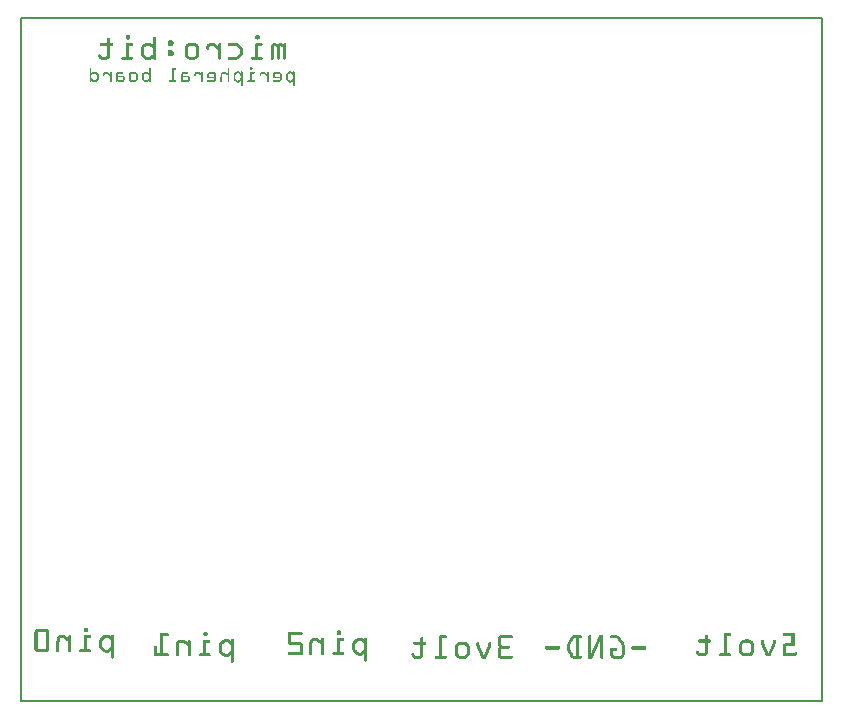
<source format=gbo>
G04 MADE WITH FRITZING*
G04 WWW.FRITZING.ORG*
G04 DOUBLE SIDED*
G04 HOLES PLATED*
G04 CONTOUR ON CENTER OF CONTOUR VECTOR*
%ASAXBY*%
%FSLAX23Y23*%
%MOIN*%
%OFA0B0*%
%SFA1.0B1.0*%
%ADD10R,2.677170X2.283460X2.661170X2.267460*%
%ADD11C,0.008000*%
%ADD12R,0.001000X0.001000*%
%LNSILK0*%
G90*
G70*
G54D11*
X4Y2279D02*
X2673Y2279D01*
X2673Y4D01*
X4Y4D01*
X4Y2279D01*
D02*
G54D12*
X357Y2222D02*
X362Y2222D01*
X789Y2222D02*
X794Y2222D01*
X355Y2221D02*
X365Y2221D01*
X787Y2221D02*
X797Y2221D01*
X354Y2220D02*
X366Y2220D01*
X786Y2220D02*
X798Y2220D01*
X353Y2219D02*
X366Y2219D01*
X785Y2219D02*
X798Y2219D01*
X353Y2218D02*
X366Y2218D01*
X785Y2218D02*
X798Y2218D01*
X353Y2217D02*
X367Y2217D01*
X447Y2217D02*
X451Y2217D01*
X785Y2217D02*
X799Y2217D01*
X353Y2216D02*
X367Y2216D01*
X446Y2216D02*
X452Y2216D01*
X784Y2216D02*
X799Y2216D01*
X353Y2215D02*
X367Y2215D01*
X445Y2215D02*
X453Y2215D01*
X784Y2215D02*
X799Y2215D01*
X353Y2214D02*
X367Y2214D01*
X445Y2214D02*
X453Y2214D01*
X784Y2214D02*
X799Y2214D01*
X293Y2213D02*
X297Y2213D01*
X353Y2213D02*
X367Y2213D01*
X444Y2213D02*
X453Y2213D01*
X785Y2213D02*
X799Y2213D01*
X292Y2212D02*
X298Y2212D01*
X353Y2212D02*
X366Y2212D01*
X444Y2212D02*
X453Y2212D01*
X785Y2212D02*
X798Y2212D01*
X291Y2211D02*
X299Y2211D01*
X353Y2211D02*
X366Y2211D01*
X444Y2211D02*
X453Y2211D01*
X785Y2211D02*
X798Y2211D01*
X291Y2210D02*
X299Y2210D01*
X354Y2210D02*
X366Y2210D01*
X444Y2210D02*
X453Y2210D01*
X786Y2210D02*
X798Y2210D01*
X290Y2209D02*
X299Y2209D01*
X354Y2209D02*
X365Y2209D01*
X444Y2209D02*
X453Y2209D01*
X786Y2209D02*
X797Y2209D01*
X290Y2208D02*
X300Y2208D01*
X357Y2208D02*
X362Y2208D01*
X444Y2208D02*
X453Y2208D01*
X789Y2208D02*
X794Y2208D01*
X290Y2207D02*
X300Y2207D01*
X444Y2207D02*
X453Y2207D01*
X290Y2206D02*
X300Y2206D01*
X444Y2206D02*
X453Y2206D01*
X290Y2205D02*
X300Y2205D01*
X444Y2205D02*
X453Y2205D01*
X496Y2205D02*
X507Y2205D01*
X290Y2204D02*
X300Y2204D01*
X444Y2204D02*
X453Y2204D01*
X493Y2204D02*
X509Y2204D01*
X290Y2203D02*
X300Y2203D01*
X444Y2203D02*
X453Y2203D01*
X493Y2203D02*
X510Y2203D01*
X290Y2202D02*
X300Y2202D01*
X444Y2202D02*
X453Y2202D01*
X492Y2202D02*
X510Y2202D01*
X290Y2201D02*
X300Y2201D01*
X444Y2201D02*
X453Y2201D01*
X492Y2201D02*
X510Y2201D01*
X290Y2200D02*
X300Y2200D01*
X444Y2200D02*
X453Y2200D01*
X492Y2200D02*
X511Y2200D01*
X290Y2199D02*
X300Y2199D01*
X444Y2199D02*
X453Y2199D01*
X492Y2199D02*
X511Y2199D01*
X290Y2198D02*
X300Y2198D01*
X444Y2198D02*
X453Y2198D01*
X492Y2198D02*
X511Y2198D01*
X290Y2197D02*
X300Y2197D01*
X444Y2197D02*
X453Y2197D01*
X492Y2197D02*
X511Y2197D01*
X268Y2196D02*
X307Y2196D01*
X355Y2196D02*
X374Y2196D01*
X419Y2196D02*
X434Y2196D01*
X444Y2196D02*
X453Y2196D01*
X492Y2196D02*
X511Y2196D01*
X563Y2196D02*
X583Y2196D01*
X631Y2196D02*
X647Y2196D01*
X663Y2196D02*
X667Y2196D01*
X695Y2196D02*
X722Y2196D01*
X787Y2196D02*
X806Y2196D01*
X846Y2196D02*
X851Y2196D01*
X865Y2196D02*
X872Y2196D01*
X880Y2196D02*
X884Y2196D01*
X267Y2195D02*
X308Y2195D01*
X354Y2195D02*
X375Y2195D01*
X416Y2195D02*
X437Y2195D01*
X444Y2195D02*
X453Y2195D01*
X492Y2195D02*
X511Y2195D01*
X560Y2195D02*
X586Y2195D01*
X629Y2195D02*
X648Y2195D01*
X662Y2195D02*
X668Y2195D01*
X694Y2195D02*
X725Y2195D01*
X786Y2195D02*
X807Y2195D01*
X844Y2195D02*
X854Y2195D01*
X863Y2195D02*
X874Y2195D01*
X879Y2195D02*
X885Y2195D01*
X266Y2194D02*
X309Y2194D01*
X353Y2194D02*
X376Y2194D01*
X415Y2194D02*
X438Y2194D01*
X444Y2194D02*
X453Y2194D01*
X492Y2194D02*
X511Y2194D01*
X559Y2194D02*
X587Y2194D01*
X627Y2194D02*
X650Y2194D01*
X661Y2194D02*
X669Y2194D01*
X693Y2194D02*
X727Y2194D01*
X785Y2194D02*
X808Y2194D01*
X842Y2194D02*
X855Y2194D01*
X861Y2194D02*
X875Y2194D01*
X878Y2194D02*
X886Y2194D01*
X266Y2193D02*
X309Y2193D01*
X353Y2193D02*
X376Y2193D01*
X414Y2193D02*
X440Y2193D01*
X444Y2193D02*
X453Y2193D01*
X492Y2193D02*
X511Y2193D01*
X558Y2193D02*
X589Y2193D01*
X626Y2193D02*
X651Y2193D01*
X661Y2193D02*
X669Y2193D01*
X693Y2193D02*
X728Y2193D01*
X785Y2193D02*
X808Y2193D01*
X841Y2193D02*
X857Y2193D01*
X860Y2193D02*
X886Y2193D01*
X266Y2192D02*
X309Y2192D01*
X353Y2192D02*
X376Y2192D01*
X412Y2192D02*
X441Y2192D01*
X444Y2192D02*
X453Y2192D01*
X492Y2192D02*
X511Y2192D01*
X556Y2192D02*
X590Y2192D01*
X625Y2192D02*
X652Y2192D01*
X660Y2192D02*
X669Y2192D01*
X693Y2192D02*
X729Y2192D01*
X785Y2192D02*
X808Y2192D01*
X840Y2192D02*
X886Y2192D01*
X266Y2191D02*
X309Y2191D01*
X353Y2191D02*
X376Y2191D01*
X411Y2191D02*
X442Y2191D01*
X444Y2191D02*
X453Y2191D01*
X492Y2191D02*
X510Y2191D01*
X555Y2191D02*
X591Y2191D01*
X624Y2191D02*
X653Y2191D01*
X660Y2191D02*
X669Y2191D01*
X693Y2191D02*
X730Y2191D01*
X784Y2191D02*
X808Y2191D01*
X839Y2191D02*
X886Y2191D01*
X266Y2190D02*
X309Y2190D01*
X353Y2190D02*
X376Y2190D01*
X410Y2190D02*
X453Y2190D01*
X492Y2190D02*
X510Y2190D01*
X554Y2190D02*
X592Y2190D01*
X623Y2190D02*
X654Y2190D01*
X660Y2190D02*
X669Y2190D01*
X693Y2190D02*
X732Y2190D01*
X784Y2190D02*
X808Y2190D01*
X839Y2190D02*
X886Y2190D01*
X267Y2189D02*
X309Y2189D01*
X353Y2189D02*
X376Y2189D01*
X409Y2189D02*
X453Y2189D01*
X492Y2189D02*
X510Y2189D01*
X553Y2189D02*
X593Y2189D01*
X623Y2189D02*
X655Y2189D01*
X660Y2189D02*
X669Y2189D01*
X693Y2189D02*
X733Y2189D01*
X784Y2189D02*
X808Y2189D01*
X838Y2189D02*
X886Y2189D01*
X267Y2188D02*
X308Y2188D01*
X353Y2188D02*
X375Y2188D01*
X408Y2188D02*
X453Y2188D01*
X493Y2188D02*
X509Y2188D01*
X552Y2188D02*
X594Y2188D01*
X622Y2188D02*
X657Y2188D01*
X660Y2188D02*
X669Y2188D01*
X694Y2188D02*
X734Y2188D01*
X784Y2188D02*
X807Y2188D01*
X838Y2188D02*
X886Y2188D01*
X269Y2187D02*
X306Y2187D01*
X353Y2187D02*
X373Y2187D01*
X407Y2187D02*
X453Y2187D01*
X495Y2187D02*
X507Y2187D01*
X551Y2187D02*
X595Y2187D01*
X622Y2187D02*
X658Y2187D01*
X660Y2187D02*
X669Y2187D01*
X696Y2187D02*
X735Y2187D01*
X784Y2187D02*
X805Y2187D01*
X838Y2187D02*
X886Y2187D01*
X290Y2186D02*
X300Y2186D01*
X353Y2186D02*
X362Y2186D01*
X407Y2186D02*
X420Y2186D01*
X433Y2186D02*
X453Y2186D01*
X551Y2186D02*
X564Y2186D01*
X582Y2186D02*
X595Y2186D01*
X621Y2186D02*
X632Y2186D01*
X644Y2186D02*
X669Y2186D01*
X721Y2186D02*
X736Y2186D01*
X784Y2186D02*
X794Y2186D01*
X837Y2186D02*
X847Y2186D01*
X850Y2186D02*
X866Y2186D01*
X870Y2186D02*
X886Y2186D01*
X290Y2185D02*
X300Y2185D01*
X353Y2185D02*
X362Y2185D01*
X406Y2185D02*
X419Y2185D01*
X434Y2185D02*
X453Y2185D01*
X550Y2185D02*
X562Y2185D01*
X584Y2185D02*
X596Y2185D01*
X621Y2185D02*
X631Y2185D01*
X646Y2185D02*
X669Y2185D01*
X722Y2185D02*
X737Y2185D01*
X784Y2185D02*
X794Y2185D01*
X837Y2185D02*
X847Y2185D01*
X852Y2185D02*
X866Y2185D01*
X871Y2185D02*
X886Y2185D01*
X290Y2184D02*
X300Y2184D01*
X353Y2184D02*
X362Y2184D01*
X406Y2184D02*
X417Y2184D01*
X436Y2184D02*
X453Y2184D01*
X550Y2184D02*
X561Y2184D01*
X585Y2184D02*
X596Y2184D01*
X621Y2184D02*
X630Y2184D01*
X647Y2184D02*
X669Y2184D01*
X724Y2184D02*
X738Y2184D01*
X784Y2184D02*
X794Y2184D01*
X837Y2184D02*
X846Y2184D01*
X853Y2184D02*
X866Y2184D01*
X873Y2184D02*
X886Y2184D01*
X290Y2183D02*
X300Y2183D01*
X353Y2183D02*
X362Y2183D01*
X405Y2183D02*
X416Y2183D01*
X437Y2183D02*
X453Y2183D01*
X549Y2183D02*
X560Y2183D01*
X586Y2183D02*
X597Y2183D01*
X621Y2183D02*
X630Y2183D01*
X648Y2183D02*
X669Y2183D01*
X725Y2183D02*
X739Y2183D01*
X784Y2183D02*
X794Y2183D01*
X837Y2183D02*
X846Y2183D01*
X854Y2183D02*
X866Y2183D01*
X874Y2183D02*
X886Y2183D01*
X290Y2182D02*
X300Y2182D01*
X353Y2182D02*
X362Y2182D01*
X405Y2182D02*
X415Y2182D01*
X438Y2182D02*
X453Y2182D01*
X549Y2182D02*
X559Y2182D01*
X587Y2182D02*
X597Y2182D01*
X621Y2182D02*
X630Y2182D01*
X649Y2182D02*
X669Y2182D01*
X726Y2182D02*
X739Y2182D01*
X784Y2182D02*
X794Y2182D01*
X837Y2182D02*
X846Y2182D01*
X855Y2182D02*
X866Y2182D01*
X875Y2182D02*
X886Y2182D01*
X290Y2181D02*
X300Y2181D01*
X353Y2181D02*
X362Y2181D01*
X405Y2181D02*
X414Y2181D01*
X439Y2181D02*
X453Y2181D01*
X549Y2181D02*
X558Y2181D01*
X588Y2181D02*
X597Y2181D01*
X621Y2181D02*
X630Y2181D01*
X650Y2181D02*
X669Y2181D01*
X727Y2181D02*
X740Y2181D01*
X784Y2181D02*
X794Y2181D01*
X837Y2181D02*
X846Y2181D01*
X856Y2181D02*
X866Y2181D01*
X876Y2181D02*
X886Y2181D01*
X290Y2180D02*
X300Y2180D01*
X353Y2180D02*
X362Y2180D01*
X405Y2180D02*
X414Y2180D01*
X440Y2180D02*
X453Y2180D01*
X549Y2180D02*
X558Y2180D01*
X588Y2180D02*
X597Y2180D01*
X621Y2180D02*
X630Y2180D01*
X651Y2180D02*
X669Y2180D01*
X728Y2180D02*
X740Y2180D01*
X784Y2180D02*
X794Y2180D01*
X837Y2180D02*
X846Y2180D01*
X856Y2180D02*
X866Y2180D01*
X877Y2180D02*
X886Y2180D01*
X290Y2179D02*
X300Y2179D01*
X353Y2179D02*
X362Y2179D01*
X405Y2179D02*
X414Y2179D01*
X441Y2179D02*
X453Y2179D01*
X549Y2179D02*
X558Y2179D01*
X588Y2179D02*
X597Y2179D01*
X621Y2179D02*
X630Y2179D01*
X653Y2179D02*
X669Y2179D01*
X729Y2179D02*
X741Y2179D01*
X784Y2179D02*
X794Y2179D01*
X837Y2179D02*
X846Y2179D01*
X856Y2179D02*
X866Y2179D01*
X877Y2179D02*
X886Y2179D01*
X290Y2178D02*
X300Y2178D01*
X353Y2178D02*
X362Y2178D01*
X405Y2178D02*
X414Y2178D01*
X443Y2178D02*
X453Y2178D01*
X549Y2178D02*
X558Y2178D01*
X588Y2178D02*
X597Y2178D01*
X621Y2178D02*
X630Y2178D01*
X654Y2178D02*
X669Y2178D01*
X731Y2178D02*
X741Y2178D01*
X784Y2178D02*
X794Y2178D01*
X837Y2178D02*
X846Y2178D01*
X856Y2178D02*
X866Y2178D01*
X877Y2178D02*
X886Y2178D01*
X290Y2177D02*
X300Y2177D01*
X353Y2177D02*
X362Y2177D01*
X405Y2177D02*
X414Y2177D01*
X444Y2177D02*
X453Y2177D01*
X549Y2177D02*
X558Y2177D01*
X588Y2177D02*
X597Y2177D01*
X621Y2177D02*
X629Y2177D01*
X655Y2177D02*
X669Y2177D01*
X732Y2177D02*
X741Y2177D01*
X784Y2177D02*
X794Y2177D01*
X837Y2177D02*
X846Y2177D01*
X856Y2177D02*
X866Y2177D01*
X877Y2177D02*
X886Y2177D01*
X290Y2176D02*
X300Y2176D01*
X353Y2176D02*
X362Y2176D01*
X405Y2176D02*
X414Y2176D01*
X444Y2176D02*
X453Y2176D01*
X549Y2176D02*
X558Y2176D01*
X588Y2176D02*
X597Y2176D01*
X622Y2176D02*
X629Y2176D01*
X656Y2176D02*
X669Y2176D01*
X732Y2176D02*
X741Y2176D01*
X784Y2176D02*
X794Y2176D01*
X837Y2176D02*
X846Y2176D01*
X856Y2176D02*
X866Y2176D01*
X877Y2176D02*
X886Y2176D01*
X290Y2175D02*
X300Y2175D01*
X353Y2175D02*
X362Y2175D01*
X405Y2175D02*
X414Y2175D01*
X444Y2175D02*
X453Y2175D01*
X549Y2175D02*
X558Y2175D01*
X588Y2175D02*
X597Y2175D01*
X623Y2175D02*
X628Y2175D01*
X657Y2175D02*
X669Y2175D01*
X732Y2175D02*
X741Y2175D01*
X784Y2175D02*
X794Y2175D01*
X837Y2175D02*
X846Y2175D01*
X856Y2175D02*
X866Y2175D01*
X877Y2175D02*
X886Y2175D01*
X290Y2174D02*
X300Y2174D01*
X353Y2174D02*
X362Y2174D01*
X405Y2174D02*
X414Y2174D01*
X444Y2174D02*
X453Y2174D01*
X549Y2174D02*
X558Y2174D01*
X588Y2174D02*
X597Y2174D01*
X625Y2174D02*
X625Y2174D01*
X658Y2174D02*
X669Y2174D01*
X732Y2174D02*
X741Y2174D01*
X784Y2174D02*
X794Y2174D01*
X837Y2174D02*
X846Y2174D01*
X856Y2174D02*
X866Y2174D01*
X877Y2174D02*
X886Y2174D01*
X290Y2173D02*
X300Y2173D01*
X353Y2173D02*
X362Y2173D01*
X405Y2173D02*
X414Y2173D01*
X444Y2173D02*
X453Y2173D01*
X549Y2173D02*
X558Y2173D01*
X588Y2173D02*
X597Y2173D01*
X659Y2173D02*
X669Y2173D01*
X732Y2173D02*
X741Y2173D01*
X784Y2173D02*
X794Y2173D01*
X837Y2173D02*
X846Y2173D01*
X856Y2173D02*
X866Y2173D01*
X877Y2173D02*
X886Y2173D01*
X290Y2172D02*
X300Y2172D01*
X353Y2172D02*
X362Y2172D01*
X405Y2172D02*
X414Y2172D01*
X444Y2172D02*
X453Y2172D01*
X549Y2172D02*
X558Y2172D01*
X588Y2172D02*
X597Y2172D01*
X660Y2172D02*
X669Y2172D01*
X732Y2172D02*
X741Y2172D01*
X784Y2172D02*
X794Y2172D01*
X837Y2172D02*
X846Y2172D01*
X856Y2172D02*
X866Y2172D01*
X877Y2172D02*
X886Y2172D01*
X290Y2171D02*
X300Y2171D01*
X353Y2171D02*
X362Y2171D01*
X405Y2171D02*
X414Y2171D01*
X444Y2171D02*
X453Y2171D01*
X495Y2171D02*
X507Y2171D01*
X549Y2171D02*
X558Y2171D01*
X588Y2171D02*
X597Y2171D01*
X660Y2171D02*
X669Y2171D01*
X732Y2171D02*
X741Y2171D01*
X784Y2171D02*
X794Y2171D01*
X837Y2171D02*
X846Y2171D01*
X856Y2171D02*
X866Y2171D01*
X877Y2171D02*
X886Y2171D01*
X290Y2170D02*
X300Y2170D01*
X353Y2170D02*
X362Y2170D01*
X405Y2170D02*
X414Y2170D01*
X444Y2170D02*
X453Y2170D01*
X493Y2170D02*
X509Y2170D01*
X549Y2170D02*
X558Y2170D01*
X588Y2170D02*
X597Y2170D01*
X660Y2170D02*
X669Y2170D01*
X732Y2170D02*
X741Y2170D01*
X784Y2170D02*
X794Y2170D01*
X837Y2170D02*
X846Y2170D01*
X856Y2170D02*
X866Y2170D01*
X877Y2170D02*
X886Y2170D01*
X290Y2169D02*
X300Y2169D01*
X353Y2169D02*
X362Y2169D01*
X405Y2169D02*
X414Y2169D01*
X444Y2169D02*
X453Y2169D01*
X492Y2169D02*
X510Y2169D01*
X549Y2169D02*
X558Y2169D01*
X588Y2169D02*
X597Y2169D01*
X660Y2169D02*
X669Y2169D01*
X732Y2169D02*
X741Y2169D01*
X784Y2169D02*
X794Y2169D01*
X837Y2169D02*
X846Y2169D01*
X856Y2169D02*
X866Y2169D01*
X877Y2169D02*
X886Y2169D01*
X290Y2168D02*
X300Y2168D01*
X353Y2168D02*
X362Y2168D01*
X405Y2168D02*
X414Y2168D01*
X444Y2168D02*
X453Y2168D01*
X492Y2168D02*
X510Y2168D01*
X549Y2168D02*
X558Y2168D01*
X588Y2168D02*
X597Y2168D01*
X660Y2168D02*
X669Y2168D01*
X732Y2168D02*
X741Y2168D01*
X784Y2168D02*
X794Y2168D01*
X837Y2168D02*
X846Y2168D01*
X856Y2168D02*
X866Y2168D01*
X877Y2168D02*
X886Y2168D01*
X290Y2167D02*
X300Y2167D01*
X353Y2167D02*
X362Y2167D01*
X405Y2167D02*
X414Y2167D01*
X444Y2167D02*
X453Y2167D01*
X492Y2167D02*
X510Y2167D01*
X549Y2167D02*
X558Y2167D01*
X588Y2167D02*
X597Y2167D01*
X660Y2167D02*
X669Y2167D01*
X732Y2167D02*
X741Y2167D01*
X784Y2167D02*
X794Y2167D01*
X837Y2167D02*
X846Y2167D01*
X856Y2167D02*
X866Y2167D01*
X877Y2167D02*
X886Y2167D01*
X290Y2166D02*
X300Y2166D01*
X353Y2166D02*
X362Y2166D01*
X405Y2166D02*
X414Y2166D01*
X444Y2166D02*
X453Y2166D01*
X492Y2166D02*
X511Y2166D01*
X549Y2166D02*
X558Y2166D01*
X588Y2166D02*
X597Y2166D01*
X660Y2166D02*
X669Y2166D01*
X732Y2166D02*
X741Y2166D01*
X784Y2166D02*
X794Y2166D01*
X837Y2166D02*
X846Y2166D01*
X856Y2166D02*
X866Y2166D01*
X877Y2166D02*
X886Y2166D01*
X290Y2165D02*
X300Y2165D01*
X353Y2165D02*
X362Y2165D01*
X405Y2165D02*
X414Y2165D01*
X444Y2165D02*
X453Y2165D01*
X492Y2165D02*
X511Y2165D01*
X549Y2165D02*
X558Y2165D01*
X588Y2165D02*
X597Y2165D01*
X660Y2165D02*
X669Y2165D01*
X732Y2165D02*
X741Y2165D01*
X784Y2165D02*
X794Y2165D01*
X837Y2165D02*
X846Y2165D01*
X856Y2165D02*
X866Y2165D01*
X877Y2165D02*
X886Y2165D01*
X290Y2164D02*
X300Y2164D01*
X353Y2164D02*
X362Y2164D01*
X405Y2164D02*
X414Y2164D01*
X444Y2164D02*
X453Y2164D01*
X492Y2164D02*
X511Y2164D01*
X549Y2164D02*
X558Y2164D01*
X588Y2164D02*
X597Y2164D01*
X660Y2164D02*
X669Y2164D01*
X732Y2164D02*
X741Y2164D01*
X784Y2164D02*
X794Y2164D01*
X837Y2164D02*
X846Y2164D01*
X856Y2164D02*
X866Y2164D01*
X877Y2164D02*
X886Y2164D01*
X290Y2163D02*
X300Y2163D01*
X353Y2163D02*
X362Y2163D01*
X405Y2163D02*
X414Y2163D01*
X444Y2163D02*
X453Y2163D01*
X492Y2163D02*
X511Y2163D01*
X549Y2163D02*
X558Y2163D01*
X588Y2163D02*
X597Y2163D01*
X660Y2163D02*
X669Y2163D01*
X732Y2163D02*
X741Y2163D01*
X784Y2163D02*
X794Y2163D01*
X837Y2163D02*
X846Y2163D01*
X856Y2163D02*
X866Y2163D01*
X877Y2163D02*
X886Y2163D01*
X290Y2162D02*
X300Y2162D01*
X353Y2162D02*
X362Y2162D01*
X405Y2162D02*
X414Y2162D01*
X444Y2162D02*
X453Y2162D01*
X492Y2162D02*
X511Y2162D01*
X549Y2162D02*
X558Y2162D01*
X588Y2162D02*
X597Y2162D01*
X660Y2162D02*
X669Y2162D01*
X732Y2162D02*
X741Y2162D01*
X784Y2162D02*
X794Y2162D01*
X837Y2162D02*
X846Y2162D01*
X856Y2162D02*
X866Y2162D01*
X877Y2162D02*
X886Y2162D01*
X290Y2161D02*
X300Y2161D01*
X353Y2161D02*
X362Y2161D01*
X405Y2161D02*
X414Y2161D01*
X444Y2161D02*
X453Y2161D01*
X492Y2161D02*
X511Y2161D01*
X549Y2161D02*
X558Y2161D01*
X588Y2161D02*
X597Y2161D01*
X660Y2161D02*
X669Y2161D01*
X732Y2161D02*
X741Y2161D01*
X784Y2161D02*
X794Y2161D01*
X836Y2161D02*
X846Y2161D01*
X856Y2161D02*
X866Y2161D01*
X877Y2161D02*
X886Y2161D01*
X290Y2160D02*
X300Y2160D01*
X353Y2160D02*
X362Y2160D01*
X405Y2160D02*
X414Y2160D01*
X444Y2160D02*
X453Y2160D01*
X492Y2160D02*
X511Y2160D01*
X549Y2160D02*
X558Y2160D01*
X588Y2160D02*
X597Y2160D01*
X660Y2160D02*
X669Y2160D01*
X732Y2160D02*
X741Y2160D01*
X784Y2160D02*
X794Y2160D01*
X836Y2160D02*
X846Y2160D01*
X856Y2160D02*
X866Y2160D01*
X877Y2160D02*
X886Y2160D01*
X290Y2159D02*
X300Y2159D01*
X353Y2159D02*
X362Y2159D01*
X405Y2159D02*
X414Y2159D01*
X443Y2159D02*
X453Y2159D01*
X492Y2159D02*
X511Y2159D01*
X549Y2159D02*
X558Y2159D01*
X588Y2159D02*
X597Y2159D01*
X660Y2159D02*
X669Y2159D01*
X731Y2159D02*
X741Y2159D01*
X784Y2159D02*
X794Y2159D01*
X836Y2159D02*
X845Y2159D01*
X856Y2159D02*
X866Y2159D01*
X877Y2159D02*
X886Y2159D01*
X264Y2158D02*
X267Y2158D01*
X290Y2158D02*
X300Y2158D01*
X353Y2158D02*
X362Y2158D01*
X405Y2158D02*
X414Y2158D01*
X442Y2158D02*
X453Y2158D01*
X492Y2158D02*
X511Y2158D01*
X549Y2158D02*
X558Y2158D01*
X588Y2158D02*
X597Y2158D01*
X660Y2158D02*
X669Y2158D01*
X730Y2158D02*
X741Y2158D01*
X784Y2158D02*
X794Y2158D01*
X836Y2158D02*
X845Y2158D01*
X856Y2158D02*
X866Y2158D01*
X877Y2158D02*
X886Y2158D01*
X262Y2157D02*
X268Y2157D01*
X290Y2157D02*
X300Y2157D01*
X353Y2157D02*
X362Y2157D01*
X405Y2157D02*
X414Y2157D01*
X441Y2157D02*
X453Y2157D01*
X492Y2157D02*
X510Y2157D01*
X549Y2157D02*
X558Y2157D01*
X588Y2157D02*
X597Y2157D01*
X660Y2157D02*
X669Y2157D01*
X729Y2157D02*
X740Y2157D01*
X784Y2157D02*
X794Y2157D01*
X836Y2157D02*
X845Y2157D01*
X856Y2157D02*
X866Y2157D01*
X877Y2157D02*
X886Y2157D01*
X261Y2156D02*
X269Y2156D01*
X290Y2156D02*
X300Y2156D01*
X353Y2156D02*
X362Y2156D01*
X405Y2156D02*
X414Y2156D01*
X440Y2156D02*
X453Y2156D01*
X492Y2156D02*
X510Y2156D01*
X549Y2156D02*
X558Y2156D01*
X588Y2156D02*
X597Y2156D01*
X660Y2156D02*
X669Y2156D01*
X728Y2156D02*
X740Y2156D01*
X784Y2156D02*
X794Y2156D01*
X836Y2156D02*
X845Y2156D01*
X856Y2156D02*
X866Y2156D01*
X877Y2156D02*
X886Y2156D01*
X261Y2155D02*
X269Y2155D01*
X290Y2155D02*
X300Y2155D01*
X353Y2155D02*
X362Y2155D01*
X405Y2155D02*
X415Y2155D01*
X438Y2155D02*
X453Y2155D01*
X492Y2155D02*
X510Y2155D01*
X549Y2155D02*
X559Y2155D01*
X587Y2155D02*
X597Y2155D01*
X660Y2155D02*
X669Y2155D01*
X726Y2155D02*
X739Y2155D01*
X784Y2155D02*
X794Y2155D01*
X836Y2155D02*
X845Y2155D01*
X856Y2155D02*
X866Y2155D01*
X877Y2155D02*
X886Y2155D01*
X261Y2154D02*
X270Y2154D01*
X290Y2154D02*
X299Y2154D01*
X353Y2154D02*
X362Y2154D01*
X405Y2154D02*
X416Y2154D01*
X437Y2154D02*
X453Y2154D01*
X493Y2154D02*
X509Y2154D01*
X549Y2154D02*
X560Y2154D01*
X586Y2154D02*
X597Y2154D01*
X660Y2154D02*
X669Y2154D01*
X725Y2154D02*
X739Y2154D01*
X784Y2154D02*
X794Y2154D01*
X836Y2154D02*
X845Y2154D01*
X856Y2154D02*
X866Y2154D01*
X877Y2154D02*
X886Y2154D01*
X261Y2153D02*
X270Y2153D01*
X290Y2153D02*
X299Y2153D01*
X353Y2153D02*
X362Y2153D01*
X405Y2153D02*
X417Y2153D01*
X436Y2153D02*
X453Y2153D01*
X495Y2153D02*
X507Y2153D01*
X549Y2153D02*
X561Y2153D01*
X585Y2153D02*
X597Y2153D01*
X660Y2153D02*
X669Y2153D01*
X724Y2153D02*
X738Y2153D01*
X784Y2153D02*
X794Y2153D01*
X836Y2153D02*
X845Y2153D01*
X856Y2153D02*
X866Y2153D01*
X877Y2153D02*
X886Y2153D01*
X261Y2152D02*
X271Y2152D01*
X289Y2152D02*
X299Y2152D01*
X353Y2152D02*
X362Y2152D01*
X406Y2152D02*
X418Y2152D01*
X435Y2152D02*
X453Y2152D01*
X550Y2152D02*
X562Y2152D01*
X584Y2152D02*
X596Y2152D01*
X660Y2152D02*
X669Y2152D01*
X723Y2152D02*
X737Y2152D01*
X784Y2152D02*
X794Y2152D01*
X836Y2152D02*
X845Y2152D01*
X856Y2152D02*
X866Y2152D01*
X877Y2152D02*
X886Y2152D01*
X261Y2151D02*
X272Y2151D01*
X288Y2151D02*
X299Y2151D01*
X353Y2151D02*
X362Y2151D01*
X406Y2151D02*
X419Y2151D01*
X434Y2151D02*
X453Y2151D01*
X550Y2151D02*
X563Y2151D01*
X583Y2151D02*
X596Y2151D01*
X660Y2151D02*
X669Y2151D01*
X722Y2151D02*
X736Y2151D01*
X784Y2151D02*
X794Y2151D01*
X836Y2151D02*
X845Y2151D01*
X856Y2151D02*
X866Y2151D01*
X877Y2151D02*
X886Y2151D01*
X261Y2150D02*
X299Y2150D01*
X343Y2150D02*
X371Y2150D01*
X407Y2150D02*
X453Y2150D01*
X551Y2150D02*
X595Y2150D01*
X660Y2150D02*
X669Y2150D01*
X698Y2150D02*
X735Y2150D01*
X775Y2150D02*
X803Y2150D01*
X836Y2150D02*
X845Y2150D01*
X856Y2150D02*
X866Y2150D01*
X877Y2150D02*
X886Y2150D01*
X262Y2149D02*
X298Y2149D01*
X340Y2149D02*
X374Y2149D01*
X408Y2149D02*
X453Y2149D01*
X552Y2149D02*
X594Y2149D01*
X660Y2149D02*
X669Y2149D01*
X695Y2149D02*
X734Y2149D01*
X772Y2149D02*
X806Y2149D01*
X836Y2149D02*
X845Y2149D01*
X856Y2149D02*
X866Y2149D01*
X877Y2149D02*
X886Y2149D01*
X262Y2148D02*
X298Y2148D01*
X339Y2148D02*
X375Y2148D01*
X409Y2148D02*
X453Y2148D01*
X553Y2148D02*
X594Y2148D01*
X660Y2148D02*
X669Y2148D01*
X694Y2148D02*
X733Y2148D01*
X771Y2148D02*
X807Y2148D01*
X836Y2148D02*
X845Y2148D01*
X856Y2148D02*
X866Y2148D01*
X877Y2148D02*
X886Y2148D01*
X263Y2147D02*
X297Y2147D01*
X338Y2147D02*
X376Y2147D01*
X410Y2147D02*
X453Y2147D01*
X554Y2147D02*
X593Y2147D01*
X660Y2147D02*
X669Y2147D01*
X693Y2147D02*
X732Y2147D01*
X770Y2147D02*
X808Y2147D01*
X836Y2147D02*
X845Y2147D01*
X856Y2147D02*
X866Y2147D01*
X877Y2147D02*
X886Y2147D01*
X264Y2146D02*
X296Y2146D01*
X338Y2146D02*
X376Y2146D01*
X411Y2146D02*
X453Y2146D01*
X555Y2146D02*
X591Y2146D01*
X660Y2146D02*
X669Y2146D01*
X693Y2146D02*
X730Y2146D01*
X770Y2146D02*
X808Y2146D01*
X836Y2146D02*
X845Y2146D01*
X856Y2146D02*
X866Y2146D01*
X877Y2146D02*
X886Y2146D01*
X265Y2145D02*
X296Y2145D01*
X338Y2145D02*
X376Y2145D01*
X412Y2145D02*
X442Y2145D01*
X444Y2145D02*
X453Y2145D01*
X556Y2145D02*
X590Y2145D01*
X660Y2145D02*
X669Y2145D01*
X693Y2145D02*
X729Y2145D01*
X770Y2145D02*
X808Y2145D01*
X836Y2145D02*
X845Y2145D01*
X857Y2145D02*
X866Y2145D01*
X877Y2145D02*
X886Y2145D01*
X266Y2144D02*
X295Y2144D01*
X338Y2144D02*
X376Y2144D01*
X413Y2144D02*
X440Y2144D01*
X445Y2144D02*
X453Y2144D01*
X557Y2144D02*
X589Y2144D01*
X660Y2144D02*
X669Y2144D01*
X693Y2144D02*
X728Y2144D01*
X770Y2144D02*
X808Y2144D01*
X836Y2144D02*
X845Y2144D01*
X857Y2144D02*
X865Y2144D01*
X877Y2144D02*
X886Y2144D01*
X267Y2143D02*
X293Y2143D01*
X338Y2143D02*
X376Y2143D01*
X414Y2143D02*
X439Y2143D01*
X445Y2143D02*
X453Y2143D01*
X558Y2143D02*
X588Y2143D01*
X661Y2143D02*
X669Y2143D01*
X693Y2143D02*
X727Y2143D01*
X770Y2143D02*
X808Y2143D01*
X836Y2143D02*
X845Y2143D01*
X857Y2143D02*
X865Y2143D01*
X878Y2143D02*
X886Y2143D01*
X268Y2142D02*
X292Y2142D01*
X339Y2142D02*
X375Y2142D01*
X416Y2142D02*
X437Y2142D01*
X445Y2142D02*
X452Y2142D01*
X560Y2142D02*
X586Y2142D01*
X661Y2142D02*
X668Y2142D01*
X694Y2142D02*
X725Y2142D01*
X771Y2142D02*
X807Y2142D01*
X837Y2142D02*
X844Y2142D01*
X858Y2142D02*
X864Y2142D01*
X878Y2142D02*
X885Y2142D01*
X270Y2141D02*
X290Y2141D01*
X340Y2141D02*
X374Y2141D01*
X418Y2141D02*
X435Y2141D01*
X446Y2141D02*
X451Y2141D01*
X562Y2141D02*
X584Y2141D01*
X662Y2141D02*
X667Y2141D01*
X695Y2141D02*
X723Y2141D01*
X772Y2141D02*
X806Y2141D01*
X838Y2141D02*
X843Y2141D01*
X859Y2141D02*
X863Y2141D01*
X879Y2141D02*
X884Y2141D01*
X275Y2140D02*
X285Y2140D01*
X342Y2140D02*
X372Y2140D01*
X422Y2140D02*
X431Y2140D01*
X449Y2140D02*
X449Y2140D01*
X566Y2140D02*
X579Y2140D01*
X665Y2140D02*
X665Y2140D01*
X697Y2140D02*
X719Y2140D01*
X774Y2140D02*
X804Y2140D01*
X861Y2140D02*
X861Y2140D01*
X882Y2140D02*
X882Y2140D01*
X768Y2115D02*
X774Y2115D01*
X768Y2114D02*
X775Y2114D01*
X234Y2113D02*
X235Y2113D01*
X433Y2113D02*
X433Y2113D01*
X508Y2113D02*
X517Y2113D01*
X694Y2113D02*
X695Y2113D01*
X767Y2113D02*
X775Y2113D01*
X233Y2112D02*
X236Y2112D01*
X431Y2112D02*
X435Y2112D01*
X506Y2112D02*
X519Y2112D01*
X693Y2112D02*
X696Y2112D01*
X767Y2112D02*
X775Y2112D01*
X232Y2111D02*
X237Y2111D01*
X431Y2111D02*
X435Y2111D01*
X506Y2111D02*
X520Y2111D01*
X692Y2111D02*
X697Y2111D01*
X767Y2111D02*
X775Y2111D01*
X232Y2110D02*
X237Y2110D01*
X430Y2110D02*
X436Y2110D01*
X506Y2110D02*
X520Y2110D01*
X692Y2110D02*
X697Y2110D01*
X767Y2110D02*
X775Y2110D01*
X232Y2109D02*
X237Y2109D01*
X430Y2109D02*
X436Y2109D01*
X506Y2109D02*
X520Y2109D01*
X692Y2109D02*
X697Y2109D01*
X768Y2109D02*
X775Y2109D01*
X232Y2108D02*
X237Y2108D01*
X430Y2108D02*
X436Y2108D01*
X506Y2108D02*
X519Y2108D01*
X692Y2108D02*
X697Y2108D01*
X768Y2108D02*
X774Y2108D01*
X232Y2107D02*
X237Y2107D01*
X430Y2107D02*
X436Y2107D01*
X506Y2107D02*
X511Y2107D01*
X692Y2107D02*
X697Y2107D01*
X232Y2106D02*
X237Y2106D01*
X430Y2106D02*
X436Y2106D01*
X506Y2106D02*
X511Y2106D01*
X692Y2106D02*
X697Y2106D01*
X232Y2105D02*
X237Y2105D01*
X430Y2105D02*
X436Y2105D01*
X506Y2105D02*
X511Y2105D01*
X692Y2105D02*
X697Y2105D01*
X232Y2104D02*
X237Y2104D01*
X430Y2104D02*
X436Y2104D01*
X506Y2104D02*
X511Y2104D01*
X692Y2104D02*
X697Y2104D01*
X232Y2103D02*
X237Y2103D01*
X430Y2103D02*
X436Y2103D01*
X506Y2103D02*
X511Y2103D01*
X692Y2103D02*
X697Y2103D01*
X232Y2102D02*
X237Y2102D01*
X430Y2102D02*
X436Y2102D01*
X506Y2102D02*
X511Y2102D01*
X692Y2102D02*
X697Y2102D01*
X232Y2101D02*
X237Y2101D01*
X430Y2101D02*
X436Y2101D01*
X506Y2101D02*
X511Y2101D01*
X692Y2101D02*
X697Y2101D01*
X723Y2101D02*
X729Y2101D01*
X737Y2101D02*
X739Y2101D01*
X897Y2101D02*
X904Y2101D01*
X911Y2101D02*
X914Y2101D01*
X232Y2100D02*
X237Y2100D01*
X244Y2100D02*
X252Y2100D01*
X282Y2100D02*
X291Y2100D01*
X301Y2100D02*
X303Y2100D01*
X327Y2100D02*
X341Y2100D01*
X372Y2100D02*
X383Y2100D01*
X415Y2100D02*
X423Y2100D01*
X430Y2100D02*
X436Y2100D01*
X506Y2100D02*
X511Y2100D01*
X545Y2100D02*
X559Y2100D01*
X588Y2100D02*
X596Y2100D01*
X607Y2100D02*
X608Y2100D01*
X633Y2100D02*
X645Y2100D01*
X676Y2100D02*
X683Y2100D01*
X692Y2100D02*
X697Y2100D01*
X721Y2100D02*
X731Y2100D01*
X736Y2100D02*
X740Y2100D01*
X769Y2100D02*
X780Y2100D01*
X806Y2100D02*
X814Y2100D01*
X825Y2100D02*
X826Y2100D01*
X851Y2100D02*
X863Y2100D01*
X895Y2100D02*
X906Y2100D01*
X911Y2100D02*
X915Y2100D01*
X232Y2099D02*
X237Y2099D01*
X242Y2099D02*
X254Y2099D01*
X280Y2099D02*
X292Y2099D01*
X300Y2099D02*
X304Y2099D01*
X324Y2099D02*
X342Y2099D01*
X369Y2099D02*
X385Y2099D01*
X413Y2099D02*
X426Y2099D01*
X430Y2099D02*
X436Y2099D01*
X506Y2099D02*
X511Y2099D01*
X542Y2099D02*
X560Y2099D01*
X585Y2099D02*
X598Y2099D01*
X605Y2099D02*
X609Y2099D01*
X631Y2099D02*
X647Y2099D01*
X673Y2099D02*
X685Y2099D01*
X692Y2099D02*
X697Y2099D01*
X720Y2099D02*
X733Y2099D01*
X736Y2099D02*
X741Y2099D01*
X768Y2099D02*
X781Y2099D01*
X803Y2099D02*
X816Y2099D01*
X824Y2099D02*
X827Y2099D01*
X849Y2099D02*
X865Y2099D01*
X894Y2099D02*
X907Y2099D01*
X910Y2099D02*
X915Y2099D01*
X232Y2098D02*
X237Y2098D01*
X240Y2098D02*
X256Y2098D01*
X279Y2098D02*
X294Y2098D01*
X300Y2098D02*
X305Y2098D01*
X323Y2098D02*
X342Y2098D01*
X368Y2098D02*
X387Y2098D01*
X412Y2098D02*
X427Y2098D01*
X430Y2098D02*
X436Y2098D01*
X506Y2098D02*
X511Y2098D01*
X541Y2098D02*
X560Y2098D01*
X584Y2098D02*
X599Y2098D01*
X605Y2098D02*
X610Y2098D01*
X630Y2098D02*
X648Y2098D01*
X672Y2098D02*
X687Y2098D01*
X692Y2098D02*
X697Y2098D01*
X718Y2098D02*
X734Y2098D01*
X736Y2098D02*
X741Y2098D01*
X767Y2098D02*
X781Y2098D01*
X802Y2098D02*
X817Y2098D01*
X823Y2098D02*
X828Y2098D01*
X848Y2098D02*
X866Y2098D01*
X893Y2098D02*
X908Y2098D01*
X910Y2098D02*
X915Y2098D01*
X232Y2097D02*
X237Y2097D01*
X239Y2097D02*
X257Y2097D01*
X278Y2097D02*
X295Y2097D01*
X300Y2097D02*
X305Y2097D01*
X322Y2097D02*
X342Y2097D01*
X367Y2097D02*
X388Y2097D01*
X410Y2097D02*
X436Y2097D01*
X506Y2097D02*
X511Y2097D01*
X540Y2097D02*
X560Y2097D01*
X583Y2097D02*
X600Y2097D01*
X605Y2097D02*
X610Y2097D01*
X628Y2097D02*
X649Y2097D01*
X671Y2097D02*
X688Y2097D01*
X692Y2097D02*
X697Y2097D01*
X717Y2097D02*
X741Y2097D01*
X767Y2097D02*
X781Y2097D01*
X801Y2097D02*
X818Y2097D01*
X823Y2097D02*
X828Y2097D01*
X846Y2097D02*
X868Y2097D01*
X892Y2097D02*
X915Y2097D01*
X232Y2096D02*
X258Y2096D01*
X277Y2096D02*
X296Y2096D01*
X300Y2096D02*
X305Y2096D01*
X321Y2096D02*
X342Y2096D01*
X366Y2096D02*
X389Y2096D01*
X409Y2096D02*
X436Y2096D01*
X506Y2096D02*
X511Y2096D01*
X539Y2096D02*
X560Y2096D01*
X582Y2096D02*
X601Y2096D01*
X605Y2096D02*
X610Y2096D01*
X627Y2096D02*
X651Y2096D01*
X670Y2096D02*
X690Y2096D01*
X692Y2096D02*
X697Y2096D01*
X716Y2096D02*
X741Y2096D01*
X767Y2096D02*
X781Y2096D01*
X800Y2096D02*
X819Y2096D01*
X823Y2096D02*
X828Y2096D01*
X845Y2096D02*
X869Y2096D01*
X890Y2096D02*
X915Y2096D01*
X232Y2095D02*
X259Y2095D01*
X276Y2095D02*
X297Y2095D01*
X300Y2095D02*
X305Y2095D01*
X321Y2095D02*
X341Y2095D01*
X365Y2095D02*
X390Y2095D01*
X408Y2095D02*
X436Y2095D01*
X506Y2095D02*
X511Y2095D01*
X539Y2095D02*
X559Y2095D01*
X582Y2095D02*
X602Y2095D01*
X605Y2095D02*
X610Y2095D01*
X626Y2095D02*
X651Y2095D01*
X670Y2095D02*
X697Y2095D01*
X715Y2095D02*
X723Y2095D01*
X729Y2095D02*
X741Y2095D01*
X767Y2095D02*
X780Y2095D01*
X800Y2095D02*
X820Y2095D01*
X823Y2095D02*
X828Y2095D01*
X844Y2095D02*
X869Y2095D01*
X889Y2095D02*
X898Y2095D01*
X903Y2095D02*
X915Y2095D01*
X232Y2094D02*
X244Y2094D01*
X252Y2094D02*
X260Y2094D01*
X276Y2094D02*
X283Y2094D01*
X290Y2094D02*
X305Y2094D01*
X320Y2094D02*
X327Y2094D01*
X364Y2094D02*
X372Y2094D01*
X382Y2094D02*
X390Y2094D01*
X408Y2094D02*
X416Y2094D01*
X423Y2094D02*
X436Y2094D01*
X506Y2094D02*
X511Y2094D01*
X538Y2094D02*
X545Y2094D01*
X581Y2094D02*
X588Y2094D01*
X595Y2094D02*
X610Y2094D01*
X626Y2094D02*
X634Y2094D01*
X644Y2094D02*
X652Y2094D01*
X669Y2094D02*
X676Y2094D01*
X682Y2094D02*
X697Y2094D01*
X714Y2094D02*
X722Y2094D01*
X730Y2094D02*
X741Y2094D01*
X767Y2094D02*
X773Y2094D01*
X799Y2094D02*
X806Y2094D01*
X813Y2094D02*
X828Y2094D01*
X844Y2094D02*
X852Y2094D01*
X862Y2094D02*
X870Y2094D01*
X888Y2094D02*
X897Y2094D01*
X904Y2094D02*
X915Y2094D01*
X232Y2093D02*
X243Y2093D01*
X253Y2093D02*
X260Y2093D01*
X276Y2093D02*
X281Y2093D01*
X291Y2093D02*
X305Y2093D01*
X320Y2093D02*
X326Y2093D01*
X364Y2093D02*
X370Y2093D01*
X384Y2093D02*
X391Y2093D01*
X407Y2093D02*
X414Y2093D01*
X425Y2093D02*
X436Y2093D01*
X506Y2093D02*
X511Y2093D01*
X538Y2093D02*
X544Y2093D01*
X581Y2093D02*
X587Y2093D01*
X596Y2093D02*
X610Y2093D01*
X625Y2093D02*
X632Y2093D01*
X646Y2093D02*
X653Y2093D01*
X669Y2093D02*
X675Y2093D01*
X684Y2093D02*
X697Y2093D01*
X713Y2093D02*
X721Y2093D01*
X731Y2093D02*
X741Y2093D01*
X767Y2093D02*
X772Y2093D01*
X799Y2093D02*
X805Y2093D01*
X814Y2093D02*
X828Y2093D01*
X843Y2093D02*
X850Y2093D01*
X864Y2093D02*
X871Y2093D01*
X888Y2093D02*
X895Y2093D01*
X905Y2093D02*
X915Y2093D01*
X232Y2092D02*
X242Y2092D01*
X255Y2092D02*
X261Y2092D01*
X276Y2092D02*
X281Y2092D01*
X292Y2092D02*
X305Y2092D01*
X320Y2092D02*
X325Y2092D01*
X363Y2092D02*
X369Y2092D01*
X385Y2092D02*
X391Y2092D01*
X407Y2092D02*
X413Y2092D01*
X426Y2092D02*
X436Y2092D01*
X506Y2092D02*
X511Y2092D01*
X538Y2092D02*
X543Y2092D01*
X581Y2092D02*
X586Y2092D01*
X597Y2092D02*
X610Y2092D01*
X625Y2092D02*
X631Y2092D01*
X647Y2092D02*
X653Y2092D01*
X669Y2092D02*
X674Y2092D01*
X686Y2092D02*
X697Y2092D01*
X713Y2092D02*
X720Y2092D01*
X732Y2092D02*
X741Y2092D01*
X767Y2092D02*
X772Y2092D01*
X799Y2092D02*
X804Y2092D01*
X815Y2092D02*
X828Y2092D01*
X843Y2092D02*
X849Y2092D01*
X865Y2092D02*
X871Y2092D01*
X887Y2092D02*
X894Y2092D01*
X906Y2092D02*
X915Y2092D01*
X232Y2091D02*
X240Y2091D01*
X255Y2091D02*
X261Y2091D01*
X276Y2091D02*
X281Y2091D01*
X293Y2091D02*
X305Y2091D01*
X320Y2091D02*
X325Y2091D01*
X363Y2091D02*
X368Y2091D01*
X386Y2091D02*
X392Y2091D01*
X407Y2091D02*
X412Y2091D01*
X427Y2091D02*
X436Y2091D01*
X506Y2091D02*
X511Y2091D01*
X538Y2091D02*
X543Y2091D01*
X581Y2091D02*
X586Y2091D01*
X598Y2091D02*
X610Y2091D01*
X625Y2091D02*
X630Y2091D01*
X648Y2091D02*
X653Y2091D01*
X669Y2091D02*
X674Y2091D01*
X687Y2091D02*
X697Y2091D01*
X712Y2091D02*
X719Y2091D01*
X733Y2091D02*
X741Y2091D01*
X767Y2091D02*
X772Y2091D01*
X799Y2091D02*
X804Y2091D01*
X817Y2091D02*
X828Y2091D01*
X843Y2091D02*
X848Y2091D01*
X866Y2091D02*
X871Y2091D01*
X887Y2091D02*
X893Y2091D01*
X907Y2091D02*
X915Y2091D01*
X232Y2090D02*
X239Y2090D01*
X256Y2090D02*
X261Y2090D01*
X276Y2090D02*
X281Y2090D01*
X294Y2090D02*
X305Y2090D01*
X320Y2090D02*
X325Y2090D01*
X363Y2090D02*
X368Y2090D01*
X387Y2090D02*
X392Y2090D01*
X406Y2090D02*
X412Y2090D01*
X428Y2090D02*
X436Y2090D01*
X506Y2090D02*
X511Y2090D01*
X538Y2090D02*
X543Y2090D01*
X581Y2090D02*
X586Y2090D01*
X600Y2090D02*
X610Y2090D01*
X624Y2090D02*
X630Y2090D01*
X648Y2090D02*
X653Y2090D01*
X669Y2090D02*
X674Y2090D01*
X689Y2090D02*
X697Y2090D01*
X712Y2090D02*
X718Y2090D01*
X734Y2090D02*
X741Y2090D01*
X767Y2090D02*
X772Y2090D01*
X799Y2090D02*
X804Y2090D01*
X818Y2090D02*
X828Y2090D01*
X843Y2090D02*
X848Y2090D01*
X866Y2090D02*
X872Y2090D01*
X886Y2090D02*
X892Y2090D01*
X908Y2090D02*
X915Y2090D01*
X232Y2089D02*
X238Y2089D01*
X256Y2089D02*
X261Y2089D01*
X276Y2089D02*
X281Y2089D01*
X296Y2089D02*
X305Y2089D01*
X320Y2089D02*
X325Y2089D01*
X363Y2089D02*
X368Y2089D01*
X387Y2089D02*
X392Y2089D01*
X406Y2089D02*
X411Y2089D01*
X429Y2089D02*
X436Y2089D01*
X506Y2089D02*
X511Y2089D01*
X538Y2089D02*
X543Y2089D01*
X581Y2089D02*
X586Y2089D01*
X601Y2089D02*
X610Y2089D01*
X624Y2089D02*
X630Y2089D01*
X648Y2089D02*
X654Y2089D01*
X669Y2089D02*
X674Y2089D01*
X690Y2089D02*
X697Y2089D01*
X712Y2089D02*
X717Y2089D01*
X735Y2089D02*
X741Y2089D01*
X767Y2089D02*
X772Y2089D01*
X799Y2089D02*
X804Y2089D01*
X819Y2089D02*
X828Y2089D01*
X842Y2089D02*
X848Y2089D01*
X866Y2089D02*
X872Y2089D01*
X886Y2089D02*
X891Y2089D01*
X909Y2089D02*
X915Y2089D01*
X232Y2088D02*
X237Y2088D01*
X256Y2088D02*
X261Y2088D01*
X276Y2088D02*
X280Y2088D01*
X297Y2088D02*
X305Y2088D01*
X320Y2088D02*
X325Y2088D01*
X363Y2088D02*
X368Y2088D01*
X387Y2088D02*
X392Y2088D01*
X406Y2088D02*
X411Y2088D01*
X430Y2088D02*
X436Y2088D01*
X506Y2088D02*
X511Y2088D01*
X538Y2088D02*
X543Y2088D01*
X581Y2088D02*
X585Y2088D01*
X602Y2088D02*
X610Y2088D01*
X624Y2088D02*
X630Y2088D01*
X648Y2088D02*
X654Y2088D01*
X669Y2088D02*
X674Y2088D01*
X692Y2088D02*
X697Y2088D01*
X712Y2088D02*
X717Y2088D01*
X735Y2088D02*
X741Y2088D01*
X767Y2088D02*
X772Y2088D01*
X799Y2088D02*
X803Y2088D01*
X820Y2088D02*
X828Y2088D01*
X842Y2088D02*
X848Y2088D01*
X866Y2088D02*
X872Y2088D01*
X886Y2088D02*
X891Y2088D01*
X910Y2088D02*
X915Y2088D01*
X232Y2087D02*
X237Y2087D01*
X256Y2087D02*
X261Y2087D01*
X277Y2087D02*
X279Y2087D01*
X298Y2087D02*
X305Y2087D01*
X320Y2087D02*
X342Y2087D01*
X363Y2087D02*
X368Y2087D01*
X387Y2087D02*
X392Y2087D01*
X406Y2087D02*
X411Y2087D01*
X430Y2087D02*
X436Y2087D01*
X506Y2087D02*
X511Y2087D01*
X538Y2087D02*
X560Y2087D01*
X582Y2087D02*
X584Y2087D01*
X603Y2087D02*
X610Y2087D01*
X624Y2087D02*
X630Y2087D01*
X648Y2087D02*
X654Y2087D01*
X669Y2087D02*
X674Y2087D01*
X692Y2087D02*
X697Y2087D01*
X712Y2087D02*
X717Y2087D01*
X736Y2087D02*
X741Y2087D01*
X767Y2087D02*
X772Y2087D01*
X800Y2087D02*
X803Y2087D01*
X821Y2087D02*
X828Y2087D01*
X842Y2087D02*
X848Y2087D01*
X866Y2087D02*
X872Y2087D01*
X886Y2087D02*
X891Y2087D01*
X910Y2087D02*
X915Y2087D01*
X232Y2086D02*
X237Y2086D01*
X256Y2086D02*
X261Y2086D01*
X299Y2086D02*
X305Y2086D01*
X320Y2086D02*
X344Y2086D01*
X363Y2086D02*
X368Y2086D01*
X387Y2086D02*
X392Y2086D01*
X406Y2086D02*
X411Y2086D01*
X430Y2086D02*
X436Y2086D01*
X506Y2086D02*
X511Y2086D01*
X538Y2086D02*
X562Y2086D01*
X604Y2086D02*
X610Y2086D01*
X624Y2086D02*
X630Y2086D01*
X648Y2086D02*
X654Y2086D01*
X669Y2086D02*
X674Y2086D01*
X692Y2086D02*
X697Y2086D01*
X712Y2086D02*
X717Y2086D01*
X736Y2086D02*
X741Y2086D01*
X767Y2086D02*
X772Y2086D01*
X822Y2086D02*
X828Y2086D01*
X842Y2086D02*
X848Y2086D01*
X866Y2086D02*
X872Y2086D01*
X886Y2086D02*
X891Y2086D01*
X910Y2086D02*
X915Y2086D01*
X232Y2085D02*
X237Y2085D01*
X256Y2085D02*
X261Y2085D01*
X300Y2085D02*
X305Y2085D01*
X320Y2085D02*
X345Y2085D01*
X363Y2085D02*
X368Y2085D01*
X387Y2085D02*
X392Y2085D01*
X406Y2085D02*
X411Y2085D01*
X430Y2085D02*
X436Y2085D01*
X506Y2085D02*
X511Y2085D01*
X538Y2085D02*
X563Y2085D01*
X605Y2085D02*
X610Y2085D01*
X624Y2085D02*
X630Y2085D01*
X648Y2085D02*
X654Y2085D01*
X669Y2085D02*
X674Y2085D01*
X692Y2085D02*
X697Y2085D01*
X712Y2085D02*
X717Y2085D01*
X736Y2085D02*
X741Y2085D01*
X767Y2085D02*
X772Y2085D01*
X823Y2085D02*
X828Y2085D01*
X842Y2085D02*
X848Y2085D01*
X866Y2085D02*
X872Y2085D01*
X886Y2085D02*
X891Y2085D01*
X910Y2085D02*
X915Y2085D01*
X232Y2084D02*
X237Y2084D01*
X256Y2084D02*
X261Y2084D01*
X300Y2084D02*
X305Y2084D01*
X320Y2084D02*
X346Y2084D01*
X363Y2084D02*
X368Y2084D01*
X387Y2084D02*
X392Y2084D01*
X406Y2084D02*
X411Y2084D01*
X430Y2084D02*
X436Y2084D01*
X506Y2084D02*
X511Y2084D01*
X538Y2084D02*
X564Y2084D01*
X605Y2084D02*
X610Y2084D01*
X624Y2084D02*
X654Y2084D01*
X669Y2084D02*
X674Y2084D01*
X692Y2084D02*
X697Y2084D01*
X712Y2084D02*
X717Y2084D01*
X736Y2084D02*
X741Y2084D01*
X767Y2084D02*
X772Y2084D01*
X823Y2084D02*
X828Y2084D01*
X842Y2084D02*
X872Y2084D01*
X886Y2084D02*
X891Y2084D01*
X910Y2084D02*
X915Y2084D01*
X232Y2083D02*
X237Y2083D01*
X256Y2083D02*
X261Y2083D01*
X300Y2083D02*
X305Y2083D01*
X320Y2083D02*
X347Y2083D01*
X363Y2083D02*
X368Y2083D01*
X387Y2083D02*
X392Y2083D01*
X406Y2083D02*
X411Y2083D01*
X430Y2083D02*
X436Y2083D01*
X506Y2083D02*
X511Y2083D01*
X538Y2083D02*
X565Y2083D01*
X605Y2083D02*
X610Y2083D01*
X624Y2083D02*
X654Y2083D01*
X669Y2083D02*
X674Y2083D01*
X692Y2083D02*
X697Y2083D01*
X712Y2083D02*
X717Y2083D01*
X736Y2083D02*
X741Y2083D01*
X767Y2083D02*
X772Y2083D01*
X823Y2083D02*
X828Y2083D01*
X842Y2083D02*
X872Y2083D01*
X886Y2083D02*
X891Y2083D01*
X910Y2083D02*
X915Y2083D01*
X232Y2082D02*
X237Y2082D01*
X256Y2082D02*
X261Y2082D01*
X300Y2082D02*
X305Y2082D01*
X320Y2082D02*
X348Y2082D01*
X363Y2082D02*
X368Y2082D01*
X387Y2082D02*
X392Y2082D01*
X406Y2082D02*
X411Y2082D01*
X430Y2082D02*
X436Y2082D01*
X506Y2082D02*
X511Y2082D01*
X538Y2082D02*
X566Y2082D01*
X605Y2082D02*
X610Y2082D01*
X624Y2082D02*
X654Y2082D01*
X668Y2082D02*
X674Y2082D01*
X692Y2082D02*
X697Y2082D01*
X712Y2082D02*
X717Y2082D01*
X736Y2082D02*
X741Y2082D01*
X767Y2082D02*
X772Y2082D01*
X823Y2082D02*
X828Y2082D01*
X842Y2082D02*
X872Y2082D01*
X886Y2082D02*
X891Y2082D01*
X910Y2082D02*
X915Y2082D01*
X232Y2081D02*
X237Y2081D01*
X256Y2081D02*
X261Y2081D01*
X300Y2081D02*
X305Y2081D01*
X320Y2081D02*
X326Y2081D01*
X342Y2081D02*
X348Y2081D01*
X363Y2081D02*
X368Y2081D01*
X387Y2081D02*
X392Y2081D01*
X406Y2081D02*
X411Y2081D01*
X430Y2081D02*
X436Y2081D01*
X506Y2081D02*
X511Y2081D01*
X538Y2081D02*
X544Y2081D01*
X560Y2081D02*
X566Y2081D01*
X605Y2081D02*
X610Y2081D01*
X625Y2081D02*
X654Y2081D01*
X668Y2081D02*
X674Y2081D01*
X692Y2081D02*
X697Y2081D01*
X712Y2081D02*
X717Y2081D01*
X736Y2081D02*
X741Y2081D01*
X767Y2081D02*
X772Y2081D01*
X823Y2081D02*
X828Y2081D01*
X843Y2081D02*
X872Y2081D01*
X886Y2081D02*
X891Y2081D01*
X910Y2081D02*
X915Y2081D01*
X232Y2080D02*
X237Y2080D01*
X256Y2080D02*
X261Y2080D01*
X300Y2080D02*
X305Y2080D01*
X320Y2080D02*
X325Y2080D01*
X343Y2080D02*
X348Y2080D01*
X363Y2080D02*
X368Y2080D01*
X387Y2080D02*
X392Y2080D01*
X406Y2080D02*
X411Y2080D01*
X430Y2080D02*
X436Y2080D01*
X506Y2080D02*
X511Y2080D01*
X538Y2080D02*
X543Y2080D01*
X561Y2080D02*
X566Y2080D01*
X605Y2080D02*
X610Y2080D01*
X625Y2080D02*
X654Y2080D01*
X668Y2080D02*
X674Y2080D01*
X692Y2080D02*
X697Y2080D01*
X712Y2080D02*
X717Y2080D01*
X736Y2080D02*
X741Y2080D01*
X767Y2080D02*
X772Y2080D01*
X823Y2080D02*
X828Y2080D01*
X843Y2080D02*
X872Y2080D01*
X886Y2080D02*
X891Y2080D01*
X910Y2080D02*
X915Y2080D01*
X232Y2079D02*
X237Y2079D01*
X256Y2079D02*
X261Y2079D01*
X300Y2079D02*
X305Y2079D01*
X320Y2079D02*
X325Y2079D01*
X343Y2079D02*
X348Y2079D01*
X363Y2079D02*
X368Y2079D01*
X387Y2079D02*
X392Y2079D01*
X406Y2079D02*
X411Y2079D01*
X430Y2079D02*
X436Y2079D01*
X506Y2079D02*
X511Y2079D01*
X538Y2079D02*
X543Y2079D01*
X561Y2079D02*
X566Y2079D01*
X605Y2079D02*
X610Y2079D01*
X626Y2079D02*
X654Y2079D01*
X668Y2079D02*
X673Y2079D01*
X692Y2079D02*
X697Y2079D01*
X712Y2079D02*
X717Y2079D01*
X736Y2079D02*
X741Y2079D01*
X767Y2079D02*
X772Y2079D01*
X823Y2079D02*
X828Y2079D01*
X844Y2079D02*
X872Y2079D01*
X886Y2079D02*
X891Y2079D01*
X910Y2079D02*
X915Y2079D01*
X232Y2078D02*
X238Y2078D01*
X256Y2078D02*
X261Y2078D01*
X300Y2078D02*
X305Y2078D01*
X319Y2078D02*
X325Y2078D01*
X343Y2078D02*
X348Y2078D01*
X363Y2078D02*
X368Y2078D01*
X387Y2078D02*
X392Y2078D01*
X406Y2078D02*
X411Y2078D01*
X430Y2078D02*
X436Y2078D01*
X506Y2078D02*
X511Y2078D01*
X538Y2078D02*
X543Y2078D01*
X561Y2078D02*
X566Y2078D01*
X605Y2078D02*
X610Y2078D01*
X648Y2078D02*
X654Y2078D01*
X668Y2078D02*
X673Y2078D01*
X692Y2078D02*
X697Y2078D01*
X712Y2078D02*
X717Y2078D01*
X735Y2078D02*
X741Y2078D01*
X767Y2078D02*
X772Y2078D01*
X823Y2078D02*
X828Y2078D01*
X866Y2078D02*
X872Y2078D01*
X886Y2078D02*
X891Y2078D01*
X910Y2078D02*
X915Y2078D01*
X232Y2077D02*
X238Y2077D01*
X256Y2077D02*
X261Y2077D01*
X300Y2077D02*
X305Y2077D01*
X319Y2077D02*
X325Y2077D01*
X343Y2077D02*
X348Y2077D01*
X363Y2077D02*
X368Y2077D01*
X387Y2077D02*
X392Y2077D01*
X406Y2077D02*
X411Y2077D01*
X429Y2077D02*
X436Y2077D01*
X506Y2077D02*
X511Y2077D01*
X537Y2077D02*
X543Y2077D01*
X561Y2077D02*
X566Y2077D01*
X605Y2077D02*
X610Y2077D01*
X648Y2077D02*
X654Y2077D01*
X668Y2077D02*
X673Y2077D01*
X692Y2077D02*
X697Y2077D01*
X712Y2077D02*
X717Y2077D01*
X735Y2077D02*
X741Y2077D01*
X767Y2077D02*
X772Y2077D01*
X823Y2077D02*
X828Y2077D01*
X866Y2077D02*
X872Y2077D01*
X886Y2077D02*
X891Y2077D01*
X909Y2077D02*
X915Y2077D01*
X232Y2076D02*
X240Y2076D01*
X256Y2076D02*
X261Y2076D01*
X300Y2076D02*
X305Y2076D01*
X319Y2076D02*
X325Y2076D01*
X343Y2076D02*
X348Y2076D01*
X363Y2076D02*
X368Y2076D01*
X387Y2076D02*
X392Y2076D01*
X406Y2076D02*
X412Y2076D01*
X428Y2076D02*
X436Y2076D01*
X506Y2076D02*
X511Y2076D01*
X537Y2076D02*
X543Y2076D01*
X561Y2076D02*
X566Y2076D01*
X605Y2076D02*
X610Y2076D01*
X648Y2076D02*
X653Y2076D01*
X668Y2076D02*
X673Y2076D01*
X692Y2076D02*
X697Y2076D01*
X712Y2076D02*
X718Y2076D01*
X734Y2076D02*
X741Y2076D01*
X767Y2076D02*
X772Y2076D01*
X823Y2076D02*
X828Y2076D01*
X866Y2076D02*
X872Y2076D01*
X886Y2076D02*
X892Y2076D01*
X908Y2076D02*
X915Y2076D01*
X232Y2075D02*
X241Y2075D01*
X255Y2075D02*
X261Y2075D01*
X300Y2075D02*
X305Y2075D01*
X319Y2075D02*
X326Y2075D01*
X343Y2075D02*
X348Y2075D01*
X363Y2075D02*
X369Y2075D01*
X386Y2075D02*
X392Y2075D01*
X407Y2075D02*
X412Y2075D01*
X427Y2075D02*
X436Y2075D01*
X506Y2075D02*
X511Y2075D01*
X537Y2075D02*
X544Y2075D01*
X561Y2075D02*
X566Y2075D01*
X605Y2075D02*
X610Y2075D01*
X648Y2075D02*
X653Y2075D01*
X668Y2075D02*
X673Y2075D01*
X692Y2075D02*
X697Y2075D01*
X712Y2075D02*
X719Y2075D01*
X733Y2075D02*
X741Y2075D01*
X767Y2075D02*
X772Y2075D01*
X823Y2075D02*
X828Y2075D01*
X866Y2075D02*
X871Y2075D01*
X887Y2075D02*
X893Y2075D01*
X907Y2075D02*
X915Y2075D01*
X232Y2074D02*
X242Y2074D01*
X254Y2074D02*
X261Y2074D01*
X300Y2074D02*
X305Y2074D01*
X319Y2074D02*
X328Y2074D01*
X343Y2074D02*
X348Y2074D01*
X363Y2074D02*
X370Y2074D01*
X385Y2074D02*
X391Y2074D01*
X407Y2074D02*
X413Y2074D01*
X426Y2074D02*
X436Y2074D01*
X506Y2074D02*
X511Y2074D01*
X537Y2074D02*
X546Y2074D01*
X561Y2074D02*
X566Y2074D01*
X605Y2074D02*
X610Y2074D01*
X647Y2074D02*
X653Y2074D01*
X668Y2074D02*
X673Y2074D01*
X692Y2074D02*
X697Y2074D01*
X713Y2074D02*
X720Y2074D01*
X732Y2074D02*
X741Y2074D01*
X767Y2074D02*
X772Y2074D01*
X823Y2074D02*
X828Y2074D01*
X865Y2074D02*
X871Y2074D01*
X887Y2074D02*
X895Y2074D01*
X906Y2074D02*
X915Y2074D01*
X232Y2073D02*
X243Y2073D01*
X253Y2073D02*
X260Y2073D01*
X300Y2073D02*
X305Y2073D01*
X319Y2073D02*
X329Y2073D01*
X342Y2073D02*
X348Y2073D01*
X364Y2073D02*
X371Y2073D01*
X384Y2073D02*
X391Y2073D01*
X407Y2073D02*
X414Y2073D01*
X424Y2073D02*
X436Y2073D01*
X506Y2073D02*
X511Y2073D01*
X537Y2073D02*
X548Y2073D01*
X560Y2073D02*
X566Y2073D01*
X605Y2073D02*
X610Y2073D01*
X646Y2073D02*
X653Y2073D01*
X668Y2073D02*
X673Y2073D01*
X692Y2073D02*
X697Y2073D01*
X713Y2073D02*
X721Y2073D01*
X731Y2073D02*
X741Y2073D01*
X767Y2073D02*
X772Y2073D01*
X823Y2073D02*
X828Y2073D01*
X864Y2073D02*
X871Y2073D01*
X888Y2073D02*
X896Y2073D01*
X905Y2073D02*
X915Y2073D01*
X232Y2072D02*
X260Y2072D01*
X300Y2072D02*
X305Y2072D01*
X319Y2072D02*
X348Y2072D01*
X364Y2072D02*
X391Y2072D01*
X408Y2072D02*
X436Y2072D01*
X500Y2072D02*
X517Y2072D01*
X537Y2072D02*
X566Y2072D01*
X605Y2072D02*
X610Y2072D01*
X627Y2072D02*
X652Y2072D01*
X668Y2072D02*
X673Y2072D01*
X692Y2072D02*
X697Y2072D01*
X714Y2072D02*
X722Y2072D01*
X730Y2072D02*
X741Y2072D01*
X761Y2072D02*
X778Y2072D01*
X823Y2072D02*
X828Y2072D01*
X845Y2072D02*
X870Y2072D01*
X889Y2072D02*
X897Y2072D01*
X904Y2072D02*
X915Y2072D01*
X232Y2071D02*
X259Y2071D01*
X300Y2071D02*
X305Y2071D01*
X319Y2071D02*
X347Y2071D01*
X365Y2071D02*
X390Y2071D01*
X409Y2071D02*
X436Y2071D01*
X497Y2071D02*
X519Y2071D01*
X537Y2071D02*
X565Y2071D01*
X605Y2071D02*
X610Y2071D01*
X625Y2071D02*
X651Y2071D01*
X668Y2071D02*
X673Y2071D01*
X692Y2071D02*
X697Y2071D01*
X715Y2071D02*
X724Y2071D01*
X728Y2071D02*
X741Y2071D01*
X759Y2071D02*
X781Y2071D01*
X823Y2071D02*
X828Y2071D01*
X843Y2071D02*
X869Y2071D01*
X890Y2071D02*
X898Y2071D01*
X903Y2071D02*
X915Y2071D01*
X232Y2070D02*
X258Y2070D01*
X300Y2070D02*
X305Y2070D01*
X319Y2070D02*
X347Y2070D01*
X366Y2070D02*
X389Y2070D01*
X410Y2070D02*
X436Y2070D01*
X497Y2070D02*
X520Y2070D01*
X537Y2070D02*
X565Y2070D01*
X605Y2070D02*
X610Y2070D01*
X625Y2070D02*
X650Y2070D01*
X668Y2070D02*
X673Y2070D01*
X692Y2070D02*
X697Y2070D01*
X716Y2070D02*
X741Y2070D01*
X758Y2070D02*
X781Y2070D01*
X823Y2070D02*
X828Y2070D01*
X843Y2070D02*
X868Y2070D01*
X891Y2070D02*
X915Y2070D01*
X232Y2069D02*
X237Y2069D01*
X239Y2069D02*
X257Y2069D01*
X300Y2069D02*
X305Y2069D01*
X319Y2069D02*
X346Y2069D01*
X367Y2069D02*
X388Y2069D01*
X411Y2069D02*
X428Y2069D01*
X430Y2069D02*
X436Y2069D01*
X497Y2069D02*
X520Y2069D01*
X537Y2069D02*
X564Y2069D01*
X605Y2069D02*
X610Y2069D01*
X624Y2069D02*
X649Y2069D01*
X668Y2069D02*
X673Y2069D01*
X692Y2069D02*
X697Y2069D01*
X718Y2069D02*
X741Y2069D01*
X758Y2069D02*
X781Y2069D01*
X823Y2069D02*
X828Y2069D01*
X842Y2069D02*
X867Y2069D01*
X892Y2069D02*
X915Y2069D01*
X232Y2068D02*
X237Y2068D01*
X240Y2068D02*
X256Y2068D01*
X300Y2068D02*
X305Y2068D01*
X319Y2068D02*
X324Y2068D01*
X327Y2068D02*
X345Y2068D01*
X368Y2068D02*
X386Y2068D01*
X412Y2068D02*
X427Y2068D01*
X431Y2068D02*
X435Y2068D01*
X497Y2068D02*
X520Y2068D01*
X537Y2068D02*
X542Y2068D01*
X545Y2068D02*
X563Y2068D01*
X605Y2068D02*
X610Y2068D01*
X625Y2068D02*
X648Y2068D01*
X668Y2068D02*
X673Y2068D01*
X692Y2068D02*
X697Y2068D01*
X719Y2068D02*
X733Y2068D01*
X736Y2068D02*
X741Y2068D01*
X758Y2068D02*
X781Y2068D01*
X823Y2068D02*
X828Y2068D01*
X843Y2068D02*
X866Y2068D01*
X893Y2068D02*
X908Y2068D01*
X910Y2068D02*
X915Y2068D01*
X233Y2067D02*
X236Y2067D01*
X242Y2067D02*
X254Y2067D01*
X300Y2067D02*
X304Y2067D01*
X320Y2067D02*
X323Y2067D01*
X329Y2067D02*
X344Y2067D01*
X370Y2067D02*
X385Y2067D01*
X413Y2067D02*
X425Y2067D01*
X431Y2067D02*
X435Y2067D01*
X497Y2067D02*
X519Y2067D01*
X538Y2067D02*
X542Y2067D01*
X547Y2067D02*
X562Y2067D01*
X606Y2067D02*
X609Y2067D01*
X625Y2067D02*
X647Y2067D01*
X669Y2067D02*
X672Y2067D01*
X693Y2067D02*
X696Y2067D01*
X720Y2067D02*
X732Y2067D01*
X736Y2067D02*
X741Y2067D01*
X759Y2067D02*
X781Y2067D01*
X824Y2067D02*
X827Y2067D01*
X843Y2067D02*
X865Y2067D01*
X894Y2067D02*
X907Y2067D01*
X910Y2067D02*
X915Y2067D01*
X245Y2066D02*
X251Y2066D01*
X302Y2066D02*
X302Y2066D01*
X322Y2066D02*
X322Y2066D01*
X331Y2066D02*
X340Y2066D01*
X373Y2066D02*
X381Y2066D01*
X417Y2066D02*
X422Y2066D01*
X433Y2066D02*
X433Y2066D01*
X499Y2066D02*
X517Y2066D01*
X540Y2066D02*
X540Y2066D01*
X549Y2066D02*
X558Y2066D01*
X607Y2066D02*
X607Y2066D01*
X627Y2066D02*
X644Y2066D01*
X671Y2066D02*
X671Y2066D01*
X695Y2066D02*
X695Y2066D01*
X721Y2066D02*
X731Y2066D01*
X736Y2066D02*
X741Y2066D01*
X761Y2066D02*
X779Y2066D01*
X845Y2066D02*
X862Y2066D01*
X896Y2066D02*
X905Y2066D01*
X910Y2066D02*
X915Y2066D01*
X723Y2065D02*
X729Y2065D01*
X736Y2065D02*
X741Y2065D01*
X898Y2065D02*
X903Y2065D01*
X910Y2065D02*
X915Y2065D01*
X736Y2064D02*
X741Y2064D01*
X910Y2064D02*
X915Y2064D01*
X736Y2063D02*
X741Y2063D01*
X910Y2063D02*
X915Y2063D01*
X736Y2062D02*
X741Y2062D01*
X910Y2062D02*
X915Y2062D01*
X736Y2061D02*
X741Y2061D01*
X910Y2061D02*
X915Y2061D01*
X736Y2060D02*
X741Y2060D01*
X910Y2060D02*
X915Y2060D01*
X736Y2059D02*
X741Y2059D01*
X910Y2059D02*
X915Y2059D01*
X736Y2058D02*
X741Y2058D01*
X910Y2058D02*
X915Y2058D01*
X736Y2057D02*
X741Y2057D01*
X910Y2057D02*
X915Y2057D01*
X736Y2056D02*
X741Y2056D01*
X910Y2056D02*
X915Y2056D01*
X736Y2055D02*
X741Y2055D01*
X910Y2055D02*
X915Y2055D01*
X737Y2054D02*
X740Y2054D01*
X911Y2054D02*
X914Y2054D01*
X215Y247D02*
X224Y247D01*
X213Y246D02*
X225Y246D01*
X213Y245D02*
X226Y245D01*
X213Y244D02*
X226Y244D01*
X55Y243D02*
X91Y243D01*
X212Y243D02*
X226Y243D01*
X53Y242D02*
X93Y242D01*
X212Y242D02*
X226Y242D01*
X52Y241D02*
X94Y241D01*
X212Y241D02*
X226Y241D01*
X51Y240D02*
X95Y240D01*
X212Y240D02*
X226Y240D01*
X50Y239D02*
X96Y239D01*
X212Y239D02*
X226Y239D01*
X50Y238D02*
X96Y238D01*
X212Y238D02*
X226Y238D01*
X1061Y238D02*
X1065Y238D01*
X49Y237D02*
X97Y237D01*
X213Y237D02*
X226Y237D01*
X1058Y237D02*
X1068Y237D01*
X49Y236D02*
X97Y236D01*
X213Y236D02*
X226Y236D01*
X1057Y236D02*
X1069Y236D01*
X49Y235D02*
X97Y235D01*
X214Y235D02*
X225Y235D01*
X1057Y235D02*
X1070Y235D01*
X48Y234D02*
X97Y234D01*
X216Y234D02*
X223Y234D01*
X1056Y234D02*
X1070Y234D01*
X48Y233D02*
X58Y233D01*
X88Y233D02*
X97Y233D01*
X614Y233D02*
X621Y233D01*
X898Y233D02*
X939Y233D01*
X1056Y233D02*
X1070Y233D01*
X48Y232D02*
X58Y232D01*
X88Y232D02*
X97Y232D01*
X613Y232D02*
X623Y232D01*
X897Y232D02*
X940Y232D01*
X1056Y232D02*
X1070Y232D01*
X48Y231D02*
X58Y231D01*
X88Y231D02*
X97Y231D01*
X612Y231D02*
X624Y231D01*
X895Y231D02*
X940Y231D01*
X1056Y231D02*
X1070Y231D01*
X48Y230D02*
X58Y230D01*
X88Y230D02*
X97Y230D01*
X611Y230D02*
X625Y230D01*
X894Y230D02*
X941Y230D01*
X1056Y230D02*
X1070Y230D01*
X48Y229D02*
X58Y229D01*
X88Y229D02*
X97Y229D01*
X467Y229D02*
X491Y229D01*
X611Y229D02*
X625Y229D01*
X894Y229D02*
X941Y229D01*
X1056Y229D02*
X1070Y229D01*
X2349Y229D02*
X2366Y229D01*
X2546Y229D02*
X2580Y229D01*
X48Y228D02*
X58Y228D01*
X88Y228D02*
X97Y228D01*
X467Y228D02*
X494Y228D01*
X611Y228D02*
X625Y228D01*
X893Y228D02*
X941Y228D01*
X1056Y228D02*
X1070Y228D01*
X2347Y228D02*
X2368Y228D01*
X2544Y228D02*
X2581Y228D01*
X48Y227D02*
X58Y227D01*
X88Y227D02*
X97Y227D01*
X467Y227D02*
X495Y227D01*
X611Y227D02*
X625Y227D01*
X893Y227D02*
X941Y227D01*
X1056Y227D02*
X1070Y227D01*
X2347Y227D02*
X2369Y227D01*
X2543Y227D02*
X2581Y227D01*
X48Y226D02*
X58Y226D01*
X88Y226D02*
X97Y226D01*
X467Y226D02*
X495Y226D01*
X611Y226D02*
X625Y226D01*
X892Y226D02*
X940Y226D01*
X1057Y226D02*
X1069Y226D01*
X2346Y226D02*
X2369Y226D01*
X2542Y226D02*
X2581Y226D01*
X48Y225D02*
X58Y225D01*
X88Y225D02*
X97Y225D01*
X467Y225D02*
X496Y225D01*
X611Y225D02*
X625Y225D01*
X892Y225D02*
X939Y225D01*
X1058Y225D02*
X1068Y225D01*
X2346Y225D02*
X2369Y225D01*
X2542Y225D02*
X2581Y225D01*
X48Y224D02*
X58Y224D01*
X88Y224D02*
X97Y224D01*
X284Y224D02*
X294Y224D01*
X307Y224D02*
X310Y224D01*
X467Y224D02*
X496Y224D01*
X611Y224D02*
X625Y224D01*
X892Y224D02*
X937Y224D01*
X1060Y224D02*
X1066Y224D01*
X2286Y224D02*
X2290Y224D01*
X2346Y224D02*
X2370Y224D01*
X2542Y224D02*
X2581Y224D01*
X48Y223D02*
X58Y223D01*
X88Y223D02*
X97Y223D01*
X282Y223D02*
X296Y223D01*
X306Y223D02*
X312Y223D01*
X467Y223D02*
X496Y223D01*
X611Y223D02*
X625Y223D01*
X892Y223D02*
X901Y223D01*
X2285Y223D02*
X2292Y223D01*
X2346Y223D02*
X2369Y223D01*
X2542Y223D02*
X2581Y223D01*
X48Y222D02*
X58Y222D01*
X88Y222D02*
X97Y222D01*
X133Y222D02*
X145Y222D01*
X163Y222D02*
X166Y222D01*
X215Y222D02*
X233Y222D01*
X280Y222D02*
X298Y222D01*
X305Y222D02*
X312Y222D01*
X467Y222D02*
X495Y222D01*
X611Y222D02*
X624Y222D01*
X892Y222D02*
X901Y222D01*
X2284Y222D02*
X2292Y222D01*
X2346Y222D02*
X2369Y222D01*
X2542Y222D02*
X2581Y222D01*
X48Y221D02*
X58Y221D01*
X88Y221D02*
X97Y221D01*
X130Y221D02*
X148Y221D01*
X162Y221D02*
X168Y221D01*
X214Y221D02*
X235Y221D01*
X278Y221D02*
X299Y221D01*
X304Y221D02*
X313Y221D01*
X467Y221D02*
X495Y221D01*
X612Y221D02*
X624Y221D01*
X892Y221D02*
X901Y221D01*
X1400Y221D02*
X1419Y221D01*
X1600Y221D02*
X1640Y221D01*
X1844Y221D02*
X1869Y221D01*
X1897Y221D02*
X1901Y221D01*
X1930Y221D02*
X1943Y221D01*
X1969Y221D02*
X1990Y221D01*
X2284Y221D02*
X2292Y221D01*
X2346Y221D02*
X2368Y221D01*
X2543Y221D02*
X2581Y221D01*
X48Y220D02*
X58Y220D01*
X88Y220D02*
X97Y220D01*
X128Y220D02*
X150Y220D01*
X161Y220D02*
X168Y220D01*
X213Y220D02*
X235Y220D01*
X277Y220D02*
X300Y220D01*
X304Y220D02*
X313Y220D01*
X467Y220D02*
X494Y220D01*
X613Y220D02*
X623Y220D01*
X892Y220D02*
X901Y220D01*
X1399Y220D02*
X1420Y220D01*
X1598Y220D02*
X1641Y220D01*
X1841Y220D02*
X1870Y220D01*
X1895Y220D02*
X1902Y220D01*
X1930Y220D02*
X1943Y220D01*
X1967Y220D02*
X1993Y220D01*
X2284Y220D02*
X2293Y220D01*
X2346Y220D02*
X2367Y220D01*
X2544Y220D02*
X2581Y220D01*
X48Y219D02*
X58Y219D01*
X88Y219D02*
X97Y219D01*
X127Y219D02*
X151Y219D01*
X160Y219D02*
X169Y219D01*
X213Y219D02*
X236Y219D01*
X276Y219D02*
X301Y219D01*
X304Y219D02*
X313Y219D01*
X467Y219D02*
X491Y219D01*
X616Y219D02*
X620Y219D01*
X892Y219D02*
X901Y219D01*
X1398Y219D02*
X1421Y219D01*
X1597Y219D02*
X1642Y219D01*
X1840Y219D02*
X1870Y219D01*
X1895Y219D02*
X1903Y219D01*
X1929Y219D02*
X1943Y219D01*
X1967Y219D02*
X1994Y219D01*
X2284Y219D02*
X2293Y219D01*
X2346Y219D02*
X2355Y219D01*
X2571Y219D02*
X2581Y219D01*
X48Y218D02*
X58Y218D01*
X88Y218D02*
X97Y218D01*
X126Y218D02*
X153Y218D01*
X160Y218D02*
X169Y218D01*
X212Y218D02*
X236Y218D01*
X275Y218D02*
X302Y218D01*
X304Y218D02*
X313Y218D01*
X467Y218D02*
X476Y218D01*
X892Y218D02*
X901Y218D01*
X1397Y218D02*
X1421Y218D01*
X1596Y218D02*
X1642Y218D01*
X1839Y218D02*
X1871Y218D01*
X1894Y218D02*
X1903Y218D01*
X1929Y218D02*
X1943Y218D01*
X1966Y218D02*
X1995Y218D01*
X2284Y218D02*
X2293Y218D01*
X2346Y218D02*
X2355Y218D01*
X2571Y218D02*
X2581Y218D01*
X48Y217D02*
X58Y217D01*
X88Y217D02*
X97Y217D01*
X125Y217D02*
X154Y217D01*
X160Y217D02*
X169Y217D01*
X212Y217D02*
X236Y217D01*
X274Y217D02*
X313Y217D01*
X467Y217D02*
X476Y217D01*
X892Y217D02*
X901Y217D01*
X1338Y217D02*
X1342Y217D01*
X1397Y217D02*
X1421Y217D01*
X1595Y217D02*
X1642Y217D01*
X1837Y217D02*
X1871Y217D01*
X1894Y217D02*
X1903Y217D01*
X1929Y217D02*
X1943Y217D01*
X1966Y217D02*
X1996Y217D01*
X2284Y217D02*
X2293Y217D01*
X2346Y217D02*
X2355Y217D01*
X2571Y217D02*
X2581Y217D01*
X48Y216D02*
X58Y216D01*
X88Y216D02*
X97Y216D01*
X124Y216D02*
X156Y216D01*
X160Y216D02*
X169Y216D01*
X212Y216D02*
X236Y216D01*
X272Y216D02*
X313Y216D01*
X467Y216D02*
X476Y216D01*
X892Y216D02*
X901Y216D01*
X1337Y216D02*
X1343Y216D01*
X1397Y216D02*
X1421Y216D01*
X1594Y216D02*
X1642Y216D01*
X1837Y216D02*
X1871Y216D01*
X1894Y216D02*
X1903Y216D01*
X1928Y216D02*
X1943Y216D01*
X1966Y216D02*
X1997Y216D01*
X2284Y216D02*
X2293Y216D01*
X2346Y216D02*
X2355Y216D01*
X2571Y216D02*
X2581Y216D01*
X48Y215D02*
X58Y215D01*
X88Y215D02*
X97Y215D01*
X124Y215D02*
X158Y215D01*
X160Y215D02*
X169Y215D01*
X212Y215D02*
X236Y215D01*
X271Y215D02*
X313Y215D01*
X467Y215D02*
X476Y215D01*
X892Y215D02*
X901Y215D01*
X1336Y215D02*
X1344Y215D01*
X1397Y215D02*
X1421Y215D01*
X1594Y215D02*
X1642Y215D01*
X1836Y215D02*
X1871Y215D01*
X1894Y215D02*
X1903Y215D01*
X1928Y215D02*
X1943Y215D01*
X1967Y215D02*
X1998Y215D01*
X2284Y215D02*
X2293Y215D01*
X2346Y215D02*
X2355Y215D01*
X2571Y215D02*
X2581Y215D01*
X48Y214D02*
X58Y214D01*
X88Y214D02*
X97Y214D01*
X123Y214D02*
X169Y214D01*
X212Y214D02*
X235Y214D01*
X270Y214D02*
X285Y214D01*
X292Y214D02*
X313Y214D01*
X467Y214D02*
X476Y214D01*
X892Y214D02*
X901Y214D01*
X1128Y214D02*
X1138Y214D01*
X1150Y214D02*
X1154Y214D01*
X1335Y214D02*
X1344Y214D01*
X1397Y214D02*
X1420Y214D01*
X1594Y214D02*
X1641Y214D01*
X1835Y214D02*
X1870Y214D01*
X1894Y214D02*
X1903Y214D01*
X1927Y214D02*
X1943Y214D01*
X1967Y214D02*
X1999Y214D01*
X2284Y214D02*
X2293Y214D01*
X2346Y214D02*
X2355Y214D01*
X2571Y214D02*
X2581Y214D01*
X48Y213D02*
X58Y213D01*
X88Y213D02*
X97Y213D01*
X123Y213D02*
X169Y213D01*
X212Y213D02*
X234Y213D01*
X269Y213D02*
X284Y213D01*
X294Y213D02*
X313Y213D01*
X467Y213D02*
X476Y213D01*
X892Y213D02*
X901Y213D01*
X1125Y213D02*
X1140Y213D01*
X1149Y213D02*
X1156Y213D01*
X1335Y213D02*
X1344Y213D01*
X1397Y213D02*
X1419Y213D01*
X1593Y213D02*
X1640Y213D01*
X1835Y213D02*
X1869Y213D01*
X1894Y213D02*
X1903Y213D01*
X1927Y213D02*
X1943Y213D01*
X1968Y213D02*
X2000Y213D01*
X2284Y213D02*
X2293Y213D01*
X2346Y213D02*
X2355Y213D01*
X2571Y213D02*
X2581Y213D01*
X48Y212D02*
X58Y212D01*
X88Y212D02*
X97Y212D01*
X122Y212D02*
X134Y212D01*
X144Y212D02*
X169Y212D01*
X212Y212D02*
X221Y212D01*
X268Y212D02*
X282Y212D01*
X295Y212D02*
X313Y212D01*
X467Y212D02*
X476Y212D01*
X892Y212D02*
X901Y212D01*
X976Y212D02*
X989Y212D01*
X1007Y212D02*
X1010Y212D01*
X1059Y212D02*
X1077Y212D01*
X1123Y212D02*
X1141Y212D01*
X1148Y212D02*
X1156Y212D01*
X1335Y212D02*
X1344Y212D01*
X1397Y212D02*
X1417Y212D01*
X1593Y212D02*
X1638Y212D01*
X1834Y212D02*
X1867Y212D01*
X1894Y212D02*
X1903Y212D01*
X1926Y212D02*
X1943Y212D01*
X1970Y212D02*
X2000Y212D01*
X2284Y212D02*
X2293Y212D01*
X2346Y212D02*
X2355Y212D01*
X2571Y212D02*
X2581Y212D01*
X48Y211D02*
X58Y211D01*
X88Y211D02*
X97Y211D01*
X122Y211D02*
X132Y211D01*
X146Y211D02*
X169Y211D01*
X212Y211D02*
X221Y211D01*
X268Y211D02*
X281Y211D01*
X296Y211D02*
X313Y211D01*
X467Y211D02*
X476Y211D01*
X892Y211D02*
X901Y211D01*
X974Y211D02*
X992Y211D01*
X1005Y211D02*
X1012Y211D01*
X1058Y211D02*
X1079Y211D01*
X1122Y211D02*
X1143Y211D01*
X1148Y211D02*
X1157Y211D01*
X1335Y211D02*
X1344Y211D01*
X1397Y211D02*
X1406Y211D01*
X1593Y211D02*
X1602Y211D01*
X1834Y211D02*
X1845Y211D01*
X1852Y211D02*
X1861Y211D01*
X1894Y211D02*
X1903Y211D01*
X1926Y211D02*
X1943Y211D01*
X1989Y211D02*
X2001Y211D01*
X2284Y211D02*
X2293Y211D01*
X2346Y211D02*
X2355Y211D01*
X2571Y211D02*
X2581Y211D01*
X48Y210D02*
X58Y210D01*
X88Y210D02*
X97Y210D01*
X122Y210D02*
X132Y210D01*
X148Y210D02*
X169Y210D01*
X212Y210D02*
X221Y210D01*
X267Y210D02*
X280Y210D01*
X297Y210D02*
X313Y210D01*
X467Y210D02*
X476Y210D01*
X892Y210D02*
X901Y210D01*
X972Y210D02*
X994Y210D01*
X1005Y210D02*
X1012Y210D01*
X1057Y210D02*
X1079Y210D01*
X1121Y210D02*
X1144Y210D01*
X1148Y210D02*
X1157Y210D01*
X1335Y210D02*
X1344Y210D01*
X1397Y210D02*
X1406Y210D01*
X1593Y210D02*
X1602Y210D01*
X1833Y210D02*
X1844Y210D01*
X1852Y210D02*
X1861Y210D01*
X1894Y210D02*
X1903Y210D01*
X1926Y210D02*
X1943Y210D01*
X1990Y210D02*
X2002Y210D01*
X2284Y210D02*
X2293Y210D01*
X2346Y210D02*
X2355Y210D01*
X2571Y210D02*
X2581Y210D01*
X48Y209D02*
X58Y209D01*
X88Y209D02*
X97Y209D01*
X122Y209D02*
X131Y209D01*
X149Y209D02*
X169Y209D01*
X212Y209D02*
X221Y209D01*
X266Y209D02*
X279Y209D01*
X298Y209D02*
X313Y209D01*
X467Y209D02*
X476Y209D01*
X682Y209D02*
X693Y209D01*
X705Y209D02*
X710Y209D01*
X892Y209D02*
X901Y209D01*
X971Y209D02*
X995Y209D01*
X1004Y209D02*
X1013Y209D01*
X1056Y209D02*
X1080Y209D01*
X1119Y209D02*
X1145Y209D01*
X1148Y209D02*
X1157Y209D01*
X1335Y209D02*
X1344Y209D01*
X1397Y209D02*
X1406Y209D01*
X1593Y209D02*
X1602Y209D01*
X1833Y209D02*
X1843Y209D01*
X1852Y209D02*
X1861Y209D01*
X1894Y209D02*
X1903Y209D01*
X1925Y209D02*
X1943Y209D01*
X1991Y209D02*
X2003Y209D01*
X2284Y209D02*
X2293Y209D01*
X2346Y209D02*
X2355Y209D01*
X2571Y209D02*
X2581Y209D01*
X48Y208D02*
X58Y208D01*
X88Y208D02*
X97Y208D01*
X122Y208D02*
X131Y208D01*
X151Y208D02*
X169Y208D01*
X212Y208D02*
X221Y208D01*
X266Y208D02*
X278Y208D01*
X299Y208D02*
X313Y208D01*
X467Y208D02*
X476Y208D01*
X679Y208D02*
X695Y208D01*
X704Y208D02*
X711Y208D01*
X892Y208D02*
X901Y208D01*
X970Y208D02*
X997Y208D01*
X1004Y208D02*
X1013Y208D01*
X1056Y208D02*
X1080Y208D01*
X1118Y208D02*
X1146Y208D01*
X1148Y208D02*
X1157Y208D01*
X1335Y208D02*
X1344Y208D01*
X1397Y208D02*
X1406Y208D01*
X1593Y208D02*
X1602Y208D01*
X1832Y208D02*
X1843Y208D01*
X1852Y208D02*
X1861Y208D01*
X1894Y208D02*
X1903Y208D01*
X1925Y208D02*
X1943Y208D01*
X1992Y208D02*
X2003Y208D01*
X2264Y208D02*
X2298Y208D01*
X2346Y208D02*
X2355Y208D01*
X2416Y208D02*
X2428Y208D01*
X2571Y208D02*
X2581Y208D01*
X48Y207D02*
X58Y207D01*
X88Y207D02*
X97Y207D01*
X122Y207D02*
X131Y207D01*
X152Y207D02*
X169Y207D01*
X212Y207D02*
X221Y207D01*
X265Y207D02*
X277Y207D01*
X300Y207D02*
X313Y207D01*
X467Y207D02*
X476Y207D01*
X530Y207D02*
X545Y207D01*
X561Y207D02*
X565Y207D01*
X613Y207D02*
X632Y207D01*
X678Y207D02*
X697Y207D01*
X703Y207D02*
X711Y207D01*
X892Y207D02*
X901Y207D01*
X969Y207D02*
X998Y207D01*
X1004Y207D02*
X1013Y207D01*
X1056Y207D02*
X1080Y207D01*
X1117Y207D02*
X1157Y207D01*
X1335Y207D02*
X1344Y207D01*
X1397Y207D02*
X1406Y207D01*
X1593Y207D02*
X1602Y207D01*
X1832Y207D02*
X1842Y207D01*
X1852Y207D02*
X1861Y207D01*
X1894Y207D02*
X1903Y207D01*
X1924Y207D02*
X1943Y207D01*
X1992Y207D02*
X2004Y207D01*
X2261Y207D02*
X2300Y207D01*
X2346Y207D02*
X2355Y207D01*
X2411Y207D02*
X2433Y207D01*
X2472Y207D02*
X2477Y207D01*
X2512Y207D02*
X2516Y207D01*
X2571Y207D02*
X2581Y207D01*
X48Y206D02*
X58Y206D01*
X88Y206D02*
X97Y206D01*
X122Y206D02*
X131Y206D01*
X154Y206D02*
X169Y206D01*
X212Y206D02*
X221Y206D01*
X265Y206D02*
X275Y206D01*
X301Y206D02*
X313Y206D01*
X467Y206D02*
X476Y206D01*
X528Y206D02*
X547Y206D01*
X560Y206D02*
X567Y206D01*
X612Y206D02*
X634Y206D01*
X676Y206D02*
X698Y206D01*
X703Y206D02*
X712Y206D01*
X892Y206D02*
X901Y206D01*
X968Y206D02*
X1000Y206D01*
X1004Y206D02*
X1013Y206D01*
X1056Y206D02*
X1080Y206D01*
X1116Y206D02*
X1157Y206D01*
X1335Y206D02*
X1344Y206D01*
X1397Y206D02*
X1406Y206D01*
X1593Y206D02*
X1602Y206D01*
X1831Y206D02*
X1842Y206D01*
X1852Y206D02*
X1861Y206D01*
X1894Y206D02*
X1903Y206D01*
X1924Y206D02*
X1943Y206D01*
X1993Y206D02*
X2005Y206D01*
X2260Y206D02*
X2301Y206D01*
X2346Y206D02*
X2355Y206D01*
X2409Y206D02*
X2435Y206D01*
X2471Y206D02*
X2478Y206D01*
X2511Y206D02*
X2517Y206D01*
X2571Y206D02*
X2581Y206D01*
X48Y205D02*
X58Y205D01*
X88Y205D02*
X97Y205D01*
X122Y205D02*
X131Y205D01*
X155Y205D02*
X169Y205D01*
X212Y205D02*
X221Y205D01*
X265Y205D02*
X275Y205D01*
X302Y205D02*
X313Y205D01*
X467Y205D02*
X476Y205D01*
X527Y205D02*
X549Y205D01*
X559Y205D02*
X567Y205D01*
X611Y205D02*
X634Y205D01*
X675Y205D02*
X699Y205D01*
X703Y205D02*
X712Y205D01*
X892Y205D02*
X901Y205D01*
X967Y205D02*
X1002Y205D01*
X1004Y205D02*
X1013Y205D01*
X1056Y205D02*
X1079Y205D01*
X1115Y205D02*
X1157Y205D01*
X1335Y205D02*
X1344Y205D01*
X1397Y205D02*
X1406Y205D01*
X1593Y205D02*
X1602Y205D01*
X1831Y205D02*
X1841Y205D01*
X1852Y205D02*
X1861Y205D01*
X1894Y205D02*
X1903Y205D01*
X1923Y205D02*
X1943Y205D01*
X1994Y205D02*
X2006Y205D01*
X2259Y205D02*
X2302Y205D01*
X2346Y205D02*
X2355Y205D01*
X2407Y205D02*
X2437Y205D01*
X2470Y205D02*
X2478Y205D01*
X2510Y205D02*
X2518Y205D01*
X2571Y205D02*
X2581Y205D01*
X48Y204D02*
X58Y204D01*
X88Y204D02*
X97Y204D01*
X122Y204D02*
X131Y204D01*
X157Y204D02*
X169Y204D01*
X212Y204D02*
X221Y204D01*
X265Y204D02*
X274Y204D01*
X303Y204D02*
X313Y204D01*
X467Y204D02*
X476Y204D01*
X525Y204D02*
X550Y204D01*
X559Y204D02*
X568Y204D01*
X611Y204D02*
X635Y204D01*
X674Y204D02*
X700Y204D01*
X703Y204D02*
X712Y204D01*
X892Y204D02*
X901Y204D01*
X967Y204D02*
X1013Y204D01*
X1056Y204D02*
X1078Y204D01*
X1114Y204D02*
X1129Y204D01*
X1136Y204D02*
X1157Y204D01*
X1335Y204D02*
X1344Y204D01*
X1397Y204D02*
X1406Y204D01*
X1593Y204D02*
X1602Y204D01*
X1830Y204D02*
X1841Y204D01*
X1852Y204D02*
X1861Y204D01*
X1894Y204D02*
X1903Y204D01*
X1923Y204D02*
X1943Y204D01*
X1995Y204D02*
X2006Y204D01*
X2259Y204D02*
X2302Y204D01*
X2346Y204D02*
X2355Y204D01*
X2406Y204D02*
X2438Y204D01*
X2470Y204D02*
X2479Y204D01*
X2510Y204D02*
X2518Y204D01*
X2571Y204D02*
X2581Y204D01*
X48Y203D02*
X58Y203D01*
X88Y203D02*
X97Y203D01*
X122Y203D02*
X131Y203D01*
X158Y203D02*
X169Y203D01*
X212Y203D02*
X221Y203D01*
X264Y203D02*
X274Y203D01*
X303Y203D02*
X313Y203D01*
X467Y203D02*
X476Y203D01*
X524Y203D02*
X552Y203D01*
X559Y203D02*
X568Y203D01*
X611Y203D02*
X635Y203D01*
X673Y203D02*
X701Y203D01*
X703Y203D02*
X712Y203D01*
X892Y203D02*
X901Y203D01*
X966Y203D02*
X1013Y203D01*
X1056Y203D02*
X1077Y203D01*
X1113Y203D02*
X1127Y203D01*
X1138Y203D02*
X1157Y203D01*
X1335Y203D02*
X1344Y203D01*
X1397Y203D02*
X1406Y203D01*
X1593Y203D02*
X1602Y203D01*
X1830Y203D02*
X1840Y203D01*
X1852Y203D02*
X1861Y203D01*
X1894Y203D02*
X1903Y203D01*
X1922Y203D02*
X1943Y203D01*
X1995Y203D02*
X2007Y203D01*
X2259Y203D02*
X2302Y203D01*
X2346Y203D02*
X2355Y203D01*
X2405Y203D02*
X2439Y203D01*
X2470Y203D02*
X2479Y203D01*
X2509Y203D02*
X2518Y203D01*
X2571Y203D02*
X2581Y203D01*
X48Y202D02*
X58Y202D01*
X88Y202D02*
X97Y202D01*
X122Y202D02*
X131Y202D01*
X160Y202D02*
X169Y202D01*
X212Y202D02*
X221Y202D01*
X264Y202D02*
X274Y202D01*
X304Y202D02*
X313Y202D01*
X467Y202D02*
X476Y202D01*
X523Y202D02*
X554Y202D01*
X559Y202D02*
X568Y202D01*
X611Y202D02*
X635Y202D01*
X672Y202D02*
X712Y202D01*
X892Y202D02*
X901Y202D01*
X966Y202D02*
X977Y202D01*
X988Y202D02*
X1013Y202D01*
X1056Y202D02*
X1065Y202D01*
X1112Y202D02*
X1126Y202D01*
X1139Y202D02*
X1157Y202D01*
X1335Y202D02*
X1344Y202D01*
X1397Y202D02*
X1406Y202D01*
X1593Y202D02*
X1602Y202D01*
X1829Y202D02*
X1839Y202D01*
X1852Y202D02*
X1861Y202D01*
X1894Y202D02*
X1903Y202D01*
X1922Y202D02*
X1932Y202D01*
X1934Y202D02*
X1943Y202D01*
X1996Y202D02*
X2008Y202D01*
X2259Y202D02*
X2302Y202D01*
X2346Y202D02*
X2355Y202D01*
X2404Y202D02*
X2440Y202D01*
X2470Y202D02*
X2479Y202D01*
X2509Y202D02*
X2519Y202D01*
X2571Y202D02*
X2581Y202D01*
X48Y201D02*
X58Y201D01*
X88Y201D02*
X97Y201D01*
X121Y201D02*
X131Y201D01*
X160Y201D02*
X169Y201D01*
X212Y201D02*
X221Y201D01*
X264Y201D02*
X274Y201D01*
X304Y201D02*
X313Y201D01*
X467Y201D02*
X476Y201D01*
X523Y201D02*
X555Y201D01*
X559Y201D02*
X568Y201D01*
X611Y201D02*
X634Y201D01*
X671Y201D02*
X712Y201D01*
X892Y201D02*
X901Y201D01*
X966Y201D02*
X976Y201D01*
X990Y201D02*
X1013Y201D01*
X1056Y201D02*
X1065Y201D01*
X1111Y201D02*
X1125Y201D01*
X1140Y201D02*
X1157Y201D01*
X1335Y201D02*
X1344Y201D01*
X1397Y201D02*
X1406Y201D01*
X1593Y201D02*
X1602Y201D01*
X1829Y201D02*
X1839Y201D01*
X1852Y201D02*
X1861Y201D01*
X1894Y201D02*
X1903Y201D01*
X1922Y201D02*
X1932Y201D01*
X1934Y201D02*
X1943Y201D01*
X1997Y201D02*
X2009Y201D01*
X2259Y201D02*
X2302Y201D01*
X2346Y201D02*
X2355Y201D01*
X2403Y201D02*
X2442Y201D01*
X2470Y201D02*
X2479Y201D01*
X2509Y201D02*
X2519Y201D01*
X2571Y201D02*
X2581Y201D01*
X48Y200D02*
X58Y200D01*
X88Y200D02*
X97Y200D01*
X121Y200D02*
X131Y200D01*
X160Y200D02*
X169Y200D01*
X212Y200D02*
X221Y200D01*
X264Y200D02*
X274Y200D01*
X304Y200D02*
X313Y200D01*
X467Y200D02*
X476Y200D01*
X522Y200D02*
X557Y200D01*
X559Y200D02*
X568Y200D01*
X611Y200D02*
X634Y200D01*
X669Y200D02*
X712Y200D01*
X892Y200D02*
X902Y200D01*
X966Y200D02*
X975Y200D01*
X992Y200D02*
X1013Y200D01*
X1056Y200D02*
X1065Y200D01*
X1110Y200D02*
X1124Y200D01*
X1141Y200D02*
X1157Y200D01*
X1313Y200D02*
X1351Y200D01*
X1397Y200D02*
X1406Y200D01*
X1464Y200D02*
X1484Y200D01*
X1524Y200D02*
X1528Y200D01*
X1564Y200D02*
X1567Y200D01*
X1593Y200D02*
X1602Y200D01*
X1828Y200D02*
X1838Y200D01*
X1852Y200D02*
X1861Y200D01*
X1894Y200D02*
X1903Y200D01*
X1921Y200D02*
X1931Y200D01*
X1934Y200D02*
X1943Y200D01*
X1998Y200D02*
X2010Y200D01*
X2260Y200D02*
X2301Y200D01*
X2346Y200D02*
X2355Y200D01*
X2402Y200D02*
X2443Y200D01*
X2470Y200D02*
X2479Y200D01*
X2509Y200D02*
X2519Y200D01*
X2571Y200D02*
X2581Y200D01*
X48Y199D02*
X58Y199D01*
X88Y199D02*
X97Y199D01*
X121Y199D02*
X131Y199D01*
X160Y199D02*
X169Y199D01*
X212Y199D02*
X221Y199D01*
X264Y199D02*
X274Y199D01*
X304Y199D02*
X313Y199D01*
X467Y199D02*
X476Y199D01*
X522Y199D02*
X568Y199D01*
X611Y199D02*
X633Y199D01*
X668Y199D02*
X683Y199D01*
X692Y199D02*
X712Y199D01*
X892Y199D02*
X935Y199D01*
X966Y199D02*
X975Y199D01*
X993Y199D02*
X1013Y199D01*
X1056Y199D02*
X1065Y199D01*
X1110Y199D02*
X1122Y199D01*
X1142Y199D02*
X1157Y199D01*
X1312Y199D02*
X1353Y199D01*
X1397Y199D02*
X1406Y199D01*
X1461Y199D02*
X1486Y199D01*
X1523Y199D02*
X1529Y199D01*
X1562Y199D02*
X1569Y199D01*
X1593Y199D02*
X1602Y199D01*
X1828Y199D02*
X1838Y199D01*
X1852Y199D02*
X1861Y199D01*
X1894Y199D02*
X1903Y199D01*
X1921Y199D02*
X1931Y199D01*
X1934Y199D02*
X1943Y199D01*
X1999Y199D02*
X2010Y199D01*
X2261Y199D02*
X2300Y199D01*
X2346Y199D02*
X2355Y199D01*
X2401Y199D02*
X2443Y199D01*
X2470Y199D02*
X2479Y199D01*
X2509Y199D02*
X2519Y199D01*
X2571Y199D02*
X2581Y199D01*
X48Y198D02*
X58Y198D01*
X88Y198D02*
X97Y198D01*
X121Y198D02*
X130Y198D01*
X160Y198D02*
X169Y198D01*
X212Y198D02*
X221Y198D01*
X264Y198D02*
X274Y198D01*
X304Y198D02*
X313Y198D01*
X467Y198D02*
X476Y198D01*
X521Y198D02*
X568Y198D01*
X611Y198D02*
X631Y198D01*
X667Y198D02*
X682Y198D01*
X693Y198D02*
X712Y198D01*
X892Y198D02*
X937Y198D01*
X965Y198D02*
X975Y198D01*
X995Y198D02*
X1013Y198D01*
X1056Y198D02*
X1065Y198D01*
X1109Y198D02*
X1121Y198D01*
X1143Y198D02*
X1157Y198D01*
X1311Y198D02*
X1353Y198D01*
X1397Y198D02*
X1406Y198D01*
X1460Y198D02*
X1488Y198D01*
X1522Y198D02*
X1530Y198D01*
X1562Y198D02*
X1569Y198D01*
X1593Y198D02*
X1602Y198D01*
X1827Y198D02*
X1837Y198D01*
X1852Y198D02*
X1861Y198D01*
X1894Y198D02*
X1903Y198D01*
X1920Y198D02*
X1930Y198D01*
X1934Y198D02*
X1943Y198D01*
X1999Y198D02*
X2011Y198D01*
X2263Y198D02*
X2298Y198D01*
X2346Y198D02*
X2355Y198D01*
X2400Y198D02*
X2444Y198D01*
X2470Y198D02*
X2479Y198D01*
X2509Y198D02*
X2519Y198D01*
X2571Y198D02*
X2581Y198D01*
X48Y197D02*
X58Y197D01*
X88Y197D02*
X97Y197D01*
X121Y197D02*
X130Y197D01*
X160Y197D02*
X169Y197D01*
X212Y197D02*
X221Y197D01*
X264Y197D02*
X274Y197D01*
X304Y197D02*
X313Y197D01*
X467Y197D02*
X476Y197D01*
X521Y197D02*
X532Y197D01*
X544Y197D02*
X568Y197D01*
X611Y197D02*
X620Y197D01*
X667Y197D02*
X681Y197D01*
X694Y197D02*
X712Y197D01*
X893Y197D02*
X938Y197D01*
X965Y197D02*
X975Y197D01*
X996Y197D02*
X1013Y197D01*
X1056Y197D02*
X1065Y197D01*
X1109Y197D02*
X1120Y197D01*
X1144Y197D02*
X1157Y197D01*
X1311Y197D02*
X1354Y197D01*
X1397Y197D02*
X1406Y197D01*
X1458Y197D02*
X1489Y197D01*
X1522Y197D02*
X1530Y197D01*
X1561Y197D02*
X1570Y197D01*
X1593Y197D02*
X1602Y197D01*
X1827Y197D02*
X1837Y197D01*
X1852Y197D02*
X1861Y197D01*
X1894Y197D02*
X1903Y197D01*
X1920Y197D02*
X1930Y197D01*
X1934Y197D02*
X1943Y197D01*
X2000Y197D02*
X2012Y197D01*
X2284Y197D02*
X2293Y197D01*
X2346Y197D02*
X2355Y197D01*
X2400Y197D02*
X2412Y197D01*
X2432Y197D02*
X2445Y197D01*
X2470Y197D02*
X2479Y197D01*
X2509Y197D02*
X2519Y197D01*
X2571Y197D02*
X2581Y197D01*
X48Y196D02*
X58Y196D01*
X88Y196D02*
X97Y196D01*
X121Y196D02*
X130Y196D01*
X160Y196D02*
X169Y196D01*
X212Y196D02*
X221Y196D01*
X264Y196D02*
X274Y196D01*
X304Y196D02*
X313Y196D01*
X467Y196D02*
X476Y196D01*
X521Y196D02*
X531Y196D01*
X545Y196D02*
X568Y196D01*
X611Y196D02*
X620Y196D01*
X666Y196D02*
X679Y196D01*
X695Y196D02*
X712Y196D01*
X893Y196D02*
X939Y196D01*
X965Y196D02*
X975Y196D01*
X998Y196D02*
X1013Y196D01*
X1056Y196D02*
X1065Y196D01*
X1109Y196D02*
X1119Y196D01*
X1145Y196D02*
X1157Y196D01*
X1311Y196D02*
X1354Y196D01*
X1397Y196D02*
X1406Y196D01*
X1457Y196D02*
X1490Y196D01*
X1521Y196D02*
X1530Y196D01*
X1561Y196D02*
X1570Y196D01*
X1593Y196D02*
X1602Y196D01*
X1826Y196D02*
X1836Y196D01*
X1852Y196D02*
X1861Y196D01*
X1894Y196D02*
X1903Y196D01*
X1919Y196D02*
X1929Y196D01*
X1934Y196D02*
X1943Y196D01*
X2001Y196D02*
X2012Y196D01*
X2284Y196D02*
X2293Y196D01*
X2346Y196D02*
X2355Y196D01*
X2399Y196D02*
X2411Y196D01*
X2433Y196D02*
X2445Y196D01*
X2470Y196D02*
X2479Y196D01*
X2509Y196D02*
X2519Y196D01*
X2571Y196D02*
X2581Y196D01*
X48Y195D02*
X58Y195D01*
X88Y195D02*
X97Y195D01*
X121Y195D02*
X130Y195D01*
X160Y195D02*
X169Y195D01*
X212Y195D02*
X221Y195D01*
X264Y195D02*
X274Y195D01*
X304Y195D02*
X313Y195D01*
X467Y195D02*
X476Y195D01*
X520Y195D02*
X530Y195D01*
X547Y195D02*
X568Y195D01*
X611Y195D02*
X620Y195D01*
X665Y195D02*
X678Y195D01*
X696Y195D02*
X712Y195D01*
X894Y195D02*
X939Y195D01*
X965Y195D02*
X974Y195D01*
X999Y195D02*
X1013Y195D01*
X1056Y195D02*
X1065Y195D01*
X1108Y195D02*
X1118Y195D01*
X1146Y195D02*
X1157Y195D01*
X1311Y195D02*
X1354Y195D01*
X1397Y195D02*
X1406Y195D01*
X1456Y195D02*
X1492Y195D01*
X1521Y195D02*
X1530Y195D01*
X1561Y195D02*
X1570Y195D01*
X1593Y195D02*
X1602Y195D01*
X1826Y195D02*
X1836Y195D01*
X1852Y195D02*
X1861Y195D01*
X1894Y195D02*
X1903Y195D01*
X1919Y195D02*
X1929Y195D01*
X1934Y195D02*
X1943Y195D01*
X2002Y195D02*
X2013Y195D01*
X2284Y195D02*
X2293Y195D01*
X2346Y195D02*
X2355Y195D01*
X2399Y195D02*
X2410Y195D01*
X2434Y195D02*
X2445Y195D01*
X2470Y195D02*
X2479Y195D01*
X2509Y195D02*
X2519Y195D01*
X2549Y195D02*
X2581Y195D01*
X48Y194D02*
X58Y194D01*
X88Y194D02*
X97Y194D01*
X121Y194D02*
X130Y194D01*
X160Y194D02*
X169Y194D01*
X212Y194D02*
X221Y194D01*
X264Y194D02*
X274Y194D01*
X304Y194D02*
X313Y194D01*
X467Y194D02*
X476Y194D01*
X520Y194D02*
X530Y194D01*
X548Y194D02*
X568Y194D01*
X611Y194D02*
X620Y194D01*
X664Y194D02*
X677Y194D01*
X697Y194D02*
X712Y194D01*
X894Y194D02*
X940Y194D01*
X965Y194D02*
X974Y194D01*
X1001Y194D02*
X1013Y194D01*
X1056Y194D02*
X1065Y194D01*
X1108Y194D02*
X1118Y194D01*
X1147Y194D02*
X1157Y194D01*
X1311Y194D02*
X1354Y194D01*
X1397Y194D02*
X1406Y194D01*
X1455Y194D02*
X1493Y194D01*
X1521Y194D02*
X1530Y194D01*
X1561Y194D02*
X1570Y194D01*
X1593Y194D02*
X1602Y194D01*
X1825Y194D02*
X1835Y194D01*
X1852Y194D02*
X1861Y194D01*
X1894Y194D02*
X1903Y194D01*
X1918Y194D02*
X1929Y194D01*
X1934Y194D02*
X1943Y194D01*
X2002Y194D02*
X2013Y194D01*
X2284Y194D02*
X2293Y194D01*
X2346Y194D02*
X2355Y194D01*
X2398Y194D02*
X2409Y194D01*
X2435Y194D02*
X2446Y194D01*
X2470Y194D02*
X2479Y194D01*
X2509Y194D02*
X2518Y194D01*
X2547Y194D02*
X2581Y194D01*
X48Y193D02*
X58Y193D01*
X88Y193D02*
X97Y193D01*
X121Y193D02*
X130Y193D01*
X160Y193D02*
X169Y193D01*
X212Y193D02*
X221Y193D01*
X264Y193D02*
X274Y193D01*
X304Y193D02*
X313Y193D01*
X467Y193D02*
X476Y193D01*
X520Y193D02*
X529Y193D01*
X550Y193D02*
X568Y193D01*
X611Y193D02*
X620Y193D01*
X664Y193D02*
X676Y193D01*
X698Y193D02*
X712Y193D01*
X895Y193D02*
X940Y193D01*
X965Y193D02*
X974Y193D01*
X1002Y193D02*
X1013Y193D01*
X1056Y193D02*
X1065Y193D01*
X1108Y193D02*
X1117Y193D01*
X1147Y193D02*
X1157Y193D01*
X1311Y193D02*
X1353Y193D01*
X1397Y193D02*
X1406Y193D01*
X1454Y193D02*
X1494Y193D01*
X1521Y193D02*
X1530Y193D01*
X1561Y193D02*
X1570Y193D01*
X1593Y193D02*
X1602Y193D01*
X1825Y193D02*
X1835Y193D01*
X1852Y193D02*
X1861Y193D01*
X1894Y193D02*
X1903Y193D01*
X1918Y193D02*
X1928Y193D01*
X1934Y193D02*
X1943Y193D01*
X2003Y193D02*
X2014Y193D01*
X2284Y193D02*
X2293Y193D01*
X2346Y193D02*
X2355Y193D01*
X2398Y193D02*
X2408Y193D01*
X2436Y193D02*
X2446Y193D01*
X2470Y193D02*
X2480Y193D01*
X2508Y193D02*
X2518Y193D01*
X2546Y193D02*
X2581Y193D01*
X48Y192D02*
X58Y192D01*
X88Y192D02*
X97Y192D01*
X121Y192D02*
X130Y192D01*
X160Y192D02*
X169Y192D01*
X212Y192D02*
X221Y192D01*
X264Y192D02*
X274Y192D01*
X304Y192D02*
X313Y192D01*
X467Y192D02*
X476Y192D01*
X520Y192D02*
X529Y192D01*
X551Y192D02*
X568Y192D01*
X611Y192D02*
X620Y192D01*
X664Y192D02*
X675Y192D01*
X699Y192D02*
X712Y192D01*
X896Y192D02*
X941Y192D01*
X965Y192D02*
X974Y192D01*
X1004Y192D02*
X1013Y192D01*
X1056Y192D02*
X1065Y192D01*
X1108Y192D02*
X1117Y192D01*
X1148Y192D02*
X1157Y192D01*
X1312Y192D02*
X1353Y192D01*
X1397Y192D02*
X1406Y192D01*
X1453Y192D02*
X1495Y192D01*
X1521Y192D02*
X1530Y192D01*
X1561Y192D02*
X1570Y192D01*
X1593Y192D02*
X1603Y192D01*
X1824Y192D02*
X1834Y192D01*
X1852Y192D02*
X1861Y192D01*
X1894Y192D02*
X1903Y192D01*
X1918Y192D02*
X1928Y192D01*
X1934Y192D02*
X1943Y192D01*
X2004Y192D02*
X2014Y192D01*
X2284Y192D02*
X2293Y192D01*
X2346Y192D02*
X2355Y192D01*
X2398Y192D02*
X2407Y192D01*
X2437Y192D02*
X2446Y192D01*
X2470Y192D02*
X2480Y192D01*
X2508Y192D02*
X2518Y192D01*
X2545Y192D02*
X2581Y192D01*
X48Y191D02*
X58Y191D01*
X88Y191D02*
X97Y191D01*
X121Y191D02*
X130Y191D01*
X160Y191D02*
X169Y191D01*
X212Y191D02*
X221Y191D01*
X264Y191D02*
X274Y191D01*
X304Y191D02*
X313Y191D01*
X467Y191D02*
X476Y191D01*
X520Y191D02*
X529Y191D01*
X553Y191D02*
X568Y191D01*
X611Y191D02*
X620Y191D01*
X663Y191D02*
X674Y191D01*
X700Y191D02*
X712Y191D01*
X898Y191D02*
X941Y191D01*
X965Y191D02*
X974Y191D01*
X1004Y191D02*
X1013Y191D01*
X1056Y191D02*
X1065Y191D01*
X1108Y191D02*
X1117Y191D01*
X1148Y191D02*
X1157Y191D01*
X1313Y191D02*
X1351Y191D01*
X1397Y191D02*
X1406Y191D01*
X1452Y191D02*
X1495Y191D01*
X1521Y191D02*
X1530Y191D01*
X1561Y191D02*
X1570Y191D01*
X1593Y191D02*
X1603Y191D01*
X1824Y191D02*
X1834Y191D01*
X1852Y191D02*
X1861Y191D01*
X1894Y191D02*
X1903Y191D01*
X1917Y191D02*
X1927Y191D01*
X1934Y191D02*
X1943Y191D01*
X2005Y191D02*
X2014Y191D01*
X2284Y191D02*
X2293Y191D01*
X2346Y191D02*
X2355Y191D01*
X2398Y191D02*
X2407Y191D01*
X2437Y191D02*
X2446Y191D01*
X2471Y191D02*
X2481Y191D01*
X2507Y191D02*
X2517Y191D01*
X2544Y191D02*
X2581Y191D01*
X48Y190D02*
X58Y190D01*
X88Y190D02*
X97Y190D01*
X121Y190D02*
X130Y190D01*
X160Y190D02*
X169Y190D01*
X212Y190D02*
X221Y190D01*
X264Y190D02*
X274Y190D01*
X304Y190D02*
X313Y190D01*
X467Y190D02*
X476Y190D01*
X520Y190D02*
X529Y190D01*
X554Y190D02*
X568Y190D01*
X611Y190D02*
X620Y190D01*
X663Y190D02*
X673Y190D01*
X701Y190D02*
X712Y190D01*
X901Y190D02*
X941Y190D01*
X965Y190D02*
X974Y190D01*
X1004Y190D02*
X1013Y190D01*
X1056Y190D02*
X1065Y190D01*
X1108Y190D02*
X1117Y190D01*
X1148Y190D02*
X1157Y190D01*
X1335Y190D02*
X1344Y190D01*
X1397Y190D02*
X1406Y190D01*
X1451Y190D02*
X1465Y190D01*
X1483Y190D02*
X1496Y190D01*
X1521Y190D02*
X1530Y190D01*
X1561Y190D02*
X1570Y190D01*
X1594Y190D02*
X1604Y190D01*
X1823Y190D02*
X1833Y190D01*
X1852Y190D02*
X1861Y190D01*
X1894Y190D02*
X1903Y190D01*
X1917Y190D02*
X1927Y190D01*
X1934Y190D02*
X1943Y190D01*
X2005Y190D02*
X2015Y190D01*
X2284Y190D02*
X2293Y190D01*
X2346Y190D02*
X2355Y190D01*
X2398Y190D02*
X2407Y190D01*
X2437Y190D02*
X2446Y190D01*
X2471Y190D02*
X2481Y190D01*
X2507Y190D02*
X2517Y190D01*
X2543Y190D02*
X2581Y190D01*
X48Y189D02*
X58Y189D01*
X88Y189D02*
X97Y189D01*
X121Y189D02*
X130Y189D01*
X160Y189D02*
X169Y189D01*
X212Y189D02*
X221Y189D01*
X264Y189D02*
X274Y189D01*
X304Y189D02*
X313Y189D01*
X467Y189D02*
X476Y189D01*
X520Y189D02*
X529Y189D01*
X556Y189D02*
X568Y189D01*
X611Y189D02*
X620Y189D01*
X663Y189D02*
X672Y189D01*
X702Y189D02*
X712Y189D01*
X932Y189D02*
X941Y189D01*
X965Y189D02*
X974Y189D01*
X1004Y189D02*
X1013Y189D01*
X1056Y189D02*
X1065Y189D01*
X1108Y189D02*
X1117Y189D01*
X1148Y189D02*
X1157Y189D01*
X1335Y189D02*
X1344Y189D01*
X1397Y189D02*
X1406Y189D01*
X1451Y189D02*
X1463Y189D01*
X1484Y189D02*
X1497Y189D01*
X1521Y189D02*
X1530Y189D01*
X1561Y189D02*
X1570Y189D01*
X1594Y189D02*
X1605Y189D01*
X1823Y189D02*
X1833Y189D01*
X1852Y189D02*
X1861Y189D01*
X1894Y189D02*
X1903Y189D01*
X1916Y189D02*
X1926Y189D01*
X1934Y189D02*
X1943Y189D01*
X2005Y189D02*
X2015Y189D01*
X2284Y189D02*
X2293Y189D01*
X2346Y189D02*
X2355Y189D01*
X2398Y189D02*
X2407Y189D01*
X2437Y189D02*
X2447Y189D01*
X2472Y189D02*
X2482Y189D01*
X2507Y189D02*
X2517Y189D01*
X2542Y189D02*
X2581Y189D01*
X48Y188D02*
X58Y188D01*
X88Y188D02*
X97Y188D01*
X121Y188D02*
X130Y188D01*
X160Y188D02*
X169Y188D01*
X212Y188D02*
X221Y188D01*
X264Y188D02*
X274Y188D01*
X304Y188D02*
X313Y188D01*
X467Y188D02*
X476Y188D01*
X520Y188D02*
X529Y188D01*
X558Y188D02*
X568Y188D01*
X611Y188D02*
X620Y188D01*
X663Y188D02*
X672Y188D01*
X702Y188D02*
X712Y188D01*
X932Y188D02*
X941Y188D01*
X965Y188D02*
X974Y188D01*
X1004Y188D02*
X1013Y188D01*
X1056Y188D02*
X1065Y188D01*
X1108Y188D02*
X1117Y188D01*
X1148Y188D02*
X1157Y188D01*
X1335Y188D02*
X1344Y188D01*
X1397Y188D02*
X1406Y188D01*
X1450Y188D02*
X1462Y188D01*
X1485Y188D02*
X1497Y188D01*
X1521Y188D02*
X1531Y188D01*
X1561Y188D02*
X1570Y188D01*
X1594Y188D02*
X1607Y188D01*
X1823Y188D02*
X1832Y188D01*
X1852Y188D02*
X1861Y188D01*
X1894Y188D02*
X1903Y188D01*
X1916Y188D02*
X1926Y188D01*
X1934Y188D02*
X1943Y188D01*
X2006Y188D02*
X2015Y188D01*
X2284Y188D02*
X2293Y188D01*
X2346Y188D02*
X2355Y188D01*
X2398Y188D02*
X2407Y188D01*
X2437Y188D02*
X2447Y188D01*
X2472Y188D02*
X2482Y188D01*
X2506Y188D02*
X2516Y188D01*
X2542Y188D02*
X2581Y188D01*
X48Y187D02*
X58Y187D01*
X88Y187D02*
X97Y187D01*
X121Y187D02*
X130Y187D01*
X160Y187D02*
X169Y187D01*
X212Y187D02*
X221Y187D01*
X264Y187D02*
X274Y187D01*
X304Y187D02*
X313Y187D01*
X467Y187D02*
X476Y187D01*
X520Y187D02*
X529Y187D01*
X559Y187D02*
X568Y187D01*
X611Y187D02*
X620Y187D01*
X663Y187D02*
X672Y187D01*
X702Y187D02*
X712Y187D01*
X932Y187D02*
X941Y187D01*
X965Y187D02*
X974Y187D01*
X1004Y187D02*
X1013Y187D01*
X1056Y187D02*
X1065Y187D01*
X1108Y187D02*
X1117Y187D01*
X1148Y187D02*
X1157Y187D01*
X1335Y187D02*
X1344Y187D01*
X1397Y187D02*
X1406Y187D01*
X1450Y187D02*
X1461Y187D01*
X1487Y187D02*
X1497Y187D01*
X1521Y187D02*
X1531Y187D01*
X1561Y187D02*
X1570Y187D01*
X1595Y187D02*
X1630Y187D01*
X1753Y187D02*
X1797Y187D01*
X1823Y187D02*
X1832Y187D01*
X1852Y187D02*
X1861Y187D01*
X1894Y187D02*
X1903Y187D01*
X1915Y187D02*
X1926Y187D01*
X1934Y187D02*
X1943Y187D01*
X2006Y187D02*
X2015Y187D01*
X2041Y187D02*
X2085Y187D01*
X2284Y187D02*
X2293Y187D01*
X2346Y187D02*
X2355Y187D01*
X2398Y187D02*
X2407Y187D01*
X2437Y187D02*
X2447Y187D01*
X2473Y187D02*
X2483Y187D01*
X2506Y187D02*
X2516Y187D01*
X2542Y187D02*
X2581Y187D01*
X48Y186D02*
X58Y186D01*
X88Y186D02*
X97Y186D01*
X121Y186D02*
X130Y186D01*
X160Y186D02*
X169Y186D01*
X212Y186D02*
X221Y186D01*
X264Y186D02*
X274Y186D01*
X304Y186D02*
X313Y186D01*
X450Y186D02*
X453Y186D01*
X467Y186D02*
X476Y186D01*
X520Y186D02*
X529Y186D01*
X559Y186D02*
X568Y186D01*
X611Y186D02*
X620Y186D01*
X663Y186D02*
X672Y186D01*
X703Y186D02*
X712Y186D01*
X932Y186D02*
X941Y186D01*
X965Y186D02*
X974Y186D01*
X1004Y186D02*
X1013Y186D01*
X1056Y186D02*
X1065Y186D01*
X1108Y186D02*
X1117Y186D01*
X1148Y186D02*
X1157Y186D01*
X1335Y186D02*
X1344Y186D01*
X1397Y186D02*
X1406Y186D01*
X1450Y186D02*
X1460Y186D01*
X1488Y186D02*
X1498Y186D01*
X1521Y186D02*
X1531Y186D01*
X1560Y186D02*
X1570Y186D01*
X1595Y186D02*
X1631Y186D01*
X1751Y186D02*
X1798Y186D01*
X1822Y186D02*
X1832Y186D01*
X1852Y186D02*
X1861Y186D01*
X1894Y186D02*
X1903Y186D01*
X1915Y186D02*
X1925Y186D01*
X1934Y186D02*
X1943Y186D01*
X2006Y186D02*
X2015Y186D01*
X2039Y186D02*
X2086Y186D01*
X2284Y186D02*
X2293Y186D01*
X2346Y186D02*
X2355Y186D01*
X2398Y186D02*
X2407Y186D01*
X2437Y186D02*
X2447Y186D01*
X2473Y186D02*
X2483Y186D01*
X2505Y186D02*
X2515Y186D01*
X2542Y186D02*
X2581Y186D01*
X48Y185D02*
X58Y185D01*
X88Y185D02*
X97Y185D01*
X121Y185D02*
X130Y185D01*
X160Y185D02*
X169Y185D01*
X212Y185D02*
X221Y185D01*
X265Y185D02*
X274Y185D01*
X303Y185D02*
X313Y185D01*
X448Y185D02*
X455Y185D01*
X467Y185D02*
X476Y185D01*
X520Y185D02*
X529Y185D01*
X559Y185D02*
X568Y185D01*
X611Y185D02*
X620Y185D01*
X663Y185D02*
X672Y185D01*
X703Y185D02*
X712Y185D01*
X932Y185D02*
X941Y185D01*
X965Y185D02*
X974Y185D01*
X1004Y185D02*
X1013Y185D01*
X1056Y185D02*
X1065Y185D01*
X1108Y185D02*
X1117Y185D01*
X1148Y185D02*
X1157Y185D01*
X1335Y185D02*
X1344Y185D01*
X1397Y185D02*
X1406Y185D01*
X1450Y185D02*
X1459Y185D01*
X1488Y185D02*
X1498Y185D01*
X1522Y185D02*
X1532Y185D01*
X1560Y185D02*
X1570Y185D01*
X1596Y185D02*
X1632Y185D01*
X1751Y185D02*
X1798Y185D01*
X1822Y185D02*
X1832Y185D01*
X1852Y185D02*
X1861Y185D01*
X1894Y185D02*
X1903Y185D01*
X1915Y185D02*
X1925Y185D01*
X1934Y185D02*
X1943Y185D01*
X2006Y185D02*
X2015Y185D01*
X2039Y185D02*
X2086Y185D01*
X2284Y185D02*
X2293Y185D01*
X2346Y185D02*
X2355Y185D01*
X2398Y185D02*
X2407Y185D01*
X2437Y185D02*
X2447Y185D01*
X2473Y185D02*
X2483Y185D01*
X2505Y185D02*
X2515Y185D01*
X2542Y185D02*
X2551Y185D01*
X48Y184D02*
X58Y184D01*
X88Y184D02*
X97Y184D01*
X121Y184D02*
X130Y184D01*
X160Y184D02*
X169Y184D01*
X212Y184D02*
X221Y184D01*
X265Y184D02*
X274Y184D01*
X303Y184D02*
X313Y184D01*
X448Y184D02*
X455Y184D01*
X467Y184D02*
X476Y184D01*
X520Y184D02*
X529Y184D01*
X559Y184D02*
X568Y184D01*
X611Y184D02*
X620Y184D01*
X663Y184D02*
X672Y184D01*
X703Y184D02*
X712Y184D01*
X932Y184D02*
X941Y184D01*
X965Y184D02*
X974Y184D01*
X1004Y184D02*
X1013Y184D01*
X1056Y184D02*
X1065Y184D01*
X1108Y184D02*
X1117Y184D01*
X1148Y184D02*
X1157Y184D01*
X1335Y184D02*
X1344Y184D01*
X1397Y184D02*
X1406Y184D01*
X1449Y184D02*
X1459Y184D01*
X1489Y184D02*
X1498Y184D01*
X1522Y184D02*
X1532Y184D01*
X1559Y184D02*
X1569Y184D01*
X1596Y184D02*
X1632Y184D01*
X1750Y184D02*
X1799Y184D01*
X1822Y184D02*
X1831Y184D01*
X1852Y184D02*
X1861Y184D01*
X1894Y184D02*
X1903Y184D01*
X1914Y184D02*
X1924Y184D01*
X1934Y184D02*
X1943Y184D01*
X2006Y184D02*
X2015Y184D01*
X2038Y184D02*
X2087Y184D01*
X2284Y184D02*
X2293Y184D01*
X2346Y184D02*
X2355Y184D01*
X2398Y184D02*
X2407Y184D01*
X2437Y184D02*
X2447Y184D01*
X2474Y184D02*
X2484Y184D01*
X2504Y184D02*
X2514Y184D01*
X2542Y184D02*
X2551Y184D01*
X48Y183D02*
X58Y183D01*
X88Y183D02*
X97Y183D01*
X121Y183D02*
X130Y183D01*
X160Y183D02*
X169Y183D01*
X212Y183D02*
X221Y183D01*
X265Y183D02*
X275Y183D01*
X302Y183D02*
X313Y183D01*
X447Y183D02*
X456Y183D01*
X467Y183D02*
X476Y183D01*
X520Y183D02*
X529Y183D01*
X559Y183D02*
X568Y183D01*
X611Y183D02*
X620Y183D01*
X663Y183D02*
X672Y183D01*
X703Y183D02*
X712Y183D01*
X932Y183D02*
X941Y183D01*
X965Y183D02*
X974Y183D01*
X1004Y183D02*
X1013Y183D01*
X1056Y183D02*
X1065Y183D01*
X1108Y183D02*
X1117Y183D01*
X1148Y183D02*
X1157Y183D01*
X1335Y183D02*
X1344Y183D01*
X1397Y183D02*
X1406Y183D01*
X1449Y183D02*
X1458Y183D01*
X1489Y183D02*
X1498Y183D01*
X1523Y183D02*
X1533Y183D01*
X1559Y183D02*
X1569Y183D01*
X1597Y183D02*
X1632Y183D01*
X1750Y183D02*
X1799Y183D01*
X1822Y183D02*
X1831Y183D01*
X1852Y183D02*
X1861Y183D01*
X1894Y183D02*
X1903Y183D01*
X1914Y183D02*
X1924Y183D01*
X1934Y183D02*
X1943Y183D01*
X2006Y183D02*
X2015Y183D01*
X2038Y183D02*
X2087Y183D01*
X2284Y183D02*
X2293Y183D01*
X2346Y183D02*
X2355Y183D01*
X2398Y183D02*
X2407Y183D01*
X2437Y183D02*
X2447Y183D01*
X2474Y183D02*
X2484Y183D01*
X2504Y183D02*
X2514Y183D01*
X2542Y183D02*
X2551Y183D01*
X48Y182D02*
X58Y182D01*
X88Y182D02*
X97Y182D01*
X121Y182D02*
X130Y182D01*
X160Y182D02*
X169Y182D01*
X212Y182D02*
X221Y182D01*
X265Y182D02*
X276Y182D01*
X301Y182D02*
X313Y182D01*
X447Y182D02*
X456Y182D01*
X467Y182D02*
X476Y182D01*
X520Y182D02*
X529Y182D01*
X559Y182D02*
X568Y182D01*
X611Y182D02*
X620Y182D01*
X663Y182D02*
X672Y182D01*
X703Y182D02*
X712Y182D01*
X932Y182D02*
X941Y182D01*
X965Y182D02*
X974Y182D01*
X1004Y182D02*
X1013Y182D01*
X1056Y182D02*
X1065Y182D01*
X1108Y182D02*
X1117Y182D01*
X1148Y182D02*
X1157Y182D01*
X1335Y182D02*
X1344Y182D01*
X1397Y182D02*
X1406Y182D01*
X1449Y182D02*
X1458Y182D01*
X1489Y182D02*
X1498Y182D01*
X1523Y182D02*
X1533Y182D01*
X1558Y182D02*
X1568Y182D01*
X1597Y182D02*
X1632Y182D01*
X1750Y182D02*
X1799Y182D01*
X1822Y182D02*
X1831Y182D01*
X1852Y182D02*
X1861Y182D01*
X1894Y182D02*
X1903Y182D01*
X1913Y182D02*
X1923Y182D01*
X1934Y182D02*
X1943Y182D01*
X2006Y182D02*
X2015Y182D01*
X2038Y182D02*
X2087Y182D01*
X2284Y182D02*
X2293Y182D01*
X2346Y182D02*
X2355Y182D01*
X2398Y182D02*
X2407Y182D01*
X2437Y182D02*
X2447Y182D01*
X2475Y182D02*
X2485Y182D01*
X2504Y182D02*
X2514Y182D01*
X2542Y182D02*
X2551Y182D01*
X48Y181D02*
X58Y181D01*
X88Y181D02*
X97Y181D01*
X121Y181D02*
X130Y181D01*
X160Y181D02*
X169Y181D01*
X212Y181D02*
X221Y181D01*
X265Y181D02*
X277Y181D01*
X300Y181D02*
X313Y181D01*
X447Y181D02*
X456Y181D01*
X467Y181D02*
X476Y181D01*
X520Y181D02*
X529Y181D01*
X559Y181D02*
X568Y181D01*
X611Y181D02*
X620Y181D01*
X663Y181D02*
X672Y181D01*
X703Y181D02*
X712Y181D01*
X932Y181D02*
X941Y181D01*
X965Y181D02*
X974Y181D01*
X1004Y181D02*
X1013Y181D01*
X1056Y181D02*
X1065Y181D01*
X1108Y181D02*
X1117Y181D01*
X1148Y181D02*
X1157Y181D01*
X1335Y181D02*
X1344Y181D01*
X1397Y181D02*
X1406Y181D01*
X1449Y181D02*
X1458Y181D01*
X1489Y181D02*
X1498Y181D01*
X1524Y181D02*
X1534Y181D01*
X1558Y181D02*
X1568Y181D01*
X1596Y181D02*
X1632Y181D01*
X1750Y181D02*
X1799Y181D01*
X1822Y181D02*
X1832Y181D01*
X1852Y181D02*
X1861Y181D01*
X1894Y181D02*
X1903Y181D01*
X1913Y181D02*
X1923Y181D01*
X1934Y181D02*
X1943Y181D01*
X2006Y181D02*
X2015Y181D01*
X2038Y181D02*
X2087Y181D01*
X2284Y181D02*
X2293Y181D01*
X2346Y181D02*
X2355Y181D01*
X2398Y181D02*
X2407Y181D01*
X2437Y181D02*
X2447Y181D01*
X2475Y181D02*
X2485Y181D01*
X2503Y181D02*
X2513Y181D01*
X2542Y181D02*
X2551Y181D01*
X48Y180D02*
X58Y180D01*
X88Y180D02*
X97Y180D01*
X121Y180D02*
X130Y180D01*
X160Y180D02*
X169Y180D01*
X212Y180D02*
X221Y180D01*
X266Y180D02*
X278Y180D01*
X299Y180D02*
X313Y180D01*
X447Y180D02*
X456Y180D01*
X467Y180D02*
X476Y180D01*
X520Y180D02*
X529Y180D01*
X559Y180D02*
X568Y180D01*
X611Y180D02*
X620Y180D01*
X663Y180D02*
X672Y180D01*
X703Y180D02*
X712Y180D01*
X932Y180D02*
X941Y180D01*
X965Y180D02*
X974Y180D01*
X1004Y180D02*
X1013Y180D01*
X1056Y180D02*
X1065Y180D01*
X1108Y180D02*
X1117Y180D01*
X1148Y180D02*
X1157Y180D01*
X1335Y180D02*
X1344Y180D01*
X1397Y180D02*
X1406Y180D01*
X1449Y180D02*
X1458Y180D01*
X1489Y180D02*
X1498Y180D01*
X1524Y180D02*
X1534Y180D01*
X1557Y180D02*
X1568Y180D01*
X1595Y180D02*
X1631Y180D01*
X1750Y180D02*
X1799Y180D01*
X1822Y180D02*
X1832Y180D01*
X1852Y180D02*
X1861Y180D01*
X1894Y180D02*
X1903Y180D01*
X1912Y180D02*
X1922Y180D01*
X1934Y180D02*
X1943Y180D01*
X2006Y180D02*
X2015Y180D01*
X2038Y180D02*
X2087Y180D01*
X2284Y180D02*
X2293Y180D01*
X2346Y180D02*
X2355Y180D01*
X2398Y180D02*
X2407Y180D01*
X2437Y180D02*
X2447Y180D01*
X2476Y180D02*
X2486Y180D01*
X2503Y180D02*
X2513Y180D01*
X2542Y180D02*
X2551Y180D01*
X48Y179D02*
X58Y179D01*
X88Y179D02*
X97Y179D01*
X121Y179D02*
X130Y179D01*
X160Y179D02*
X169Y179D01*
X212Y179D02*
X221Y179D01*
X266Y179D02*
X279Y179D01*
X298Y179D02*
X313Y179D01*
X447Y179D02*
X456Y179D01*
X467Y179D02*
X476Y179D01*
X520Y179D02*
X529Y179D01*
X559Y179D02*
X568Y179D01*
X611Y179D02*
X620Y179D01*
X663Y179D02*
X672Y179D01*
X703Y179D02*
X712Y179D01*
X932Y179D02*
X941Y179D01*
X965Y179D02*
X974Y179D01*
X1004Y179D02*
X1013Y179D01*
X1056Y179D02*
X1065Y179D01*
X1108Y179D02*
X1117Y179D01*
X1148Y179D02*
X1157Y179D01*
X1335Y179D02*
X1344Y179D01*
X1397Y179D02*
X1406Y179D01*
X1449Y179D02*
X1458Y179D01*
X1489Y179D02*
X1498Y179D01*
X1524Y179D02*
X1534Y179D01*
X1557Y179D02*
X1567Y179D01*
X1595Y179D02*
X1630Y179D01*
X1750Y179D02*
X1799Y179D01*
X1823Y179D02*
X1832Y179D01*
X1852Y179D02*
X1861Y179D01*
X1894Y179D02*
X1903Y179D01*
X1912Y179D02*
X1922Y179D01*
X1934Y179D02*
X1943Y179D01*
X1966Y179D02*
X1987Y179D01*
X2006Y179D02*
X2015Y179D01*
X2038Y179D02*
X2087Y179D01*
X2284Y179D02*
X2293Y179D01*
X2346Y179D02*
X2355Y179D01*
X2398Y179D02*
X2407Y179D01*
X2437Y179D02*
X2447Y179D01*
X2476Y179D02*
X2486Y179D01*
X2502Y179D02*
X2512Y179D01*
X2542Y179D02*
X2551Y179D01*
X48Y178D02*
X58Y178D01*
X88Y178D02*
X97Y178D01*
X121Y178D02*
X130Y178D01*
X160Y178D02*
X169Y178D01*
X212Y178D02*
X221Y178D01*
X267Y178D02*
X280Y178D01*
X297Y178D02*
X313Y178D01*
X447Y178D02*
X456Y178D01*
X467Y178D02*
X476Y178D01*
X520Y178D02*
X529Y178D01*
X559Y178D02*
X568Y178D01*
X611Y178D02*
X620Y178D01*
X663Y178D02*
X672Y178D01*
X703Y178D02*
X712Y178D01*
X932Y178D02*
X941Y178D01*
X965Y178D02*
X974Y178D01*
X1004Y178D02*
X1013Y178D01*
X1056Y178D02*
X1065Y178D01*
X1108Y178D02*
X1117Y178D01*
X1148Y178D02*
X1157Y178D01*
X1335Y178D02*
X1344Y178D01*
X1397Y178D02*
X1406Y178D01*
X1449Y178D02*
X1458Y178D01*
X1489Y178D02*
X1498Y178D01*
X1525Y178D02*
X1535Y178D01*
X1557Y178D02*
X1567Y178D01*
X1594Y178D02*
X1628Y178D01*
X1750Y178D02*
X1799Y178D01*
X1823Y178D02*
X1832Y178D01*
X1852Y178D02*
X1861Y178D01*
X1894Y178D02*
X1903Y178D01*
X1911Y178D02*
X1922Y178D01*
X1934Y178D02*
X1943Y178D01*
X1966Y178D02*
X1989Y178D01*
X2006Y178D02*
X2015Y178D01*
X2038Y178D02*
X2087Y178D01*
X2284Y178D02*
X2293Y178D01*
X2346Y178D02*
X2355Y178D01*
X2398Y178D02*
X2407Y178D01*
X2437Y178D02*
X2447Y178D01*
X2477Y178D02*
X2487Y178D01*
X2502Y178D02*
X2512Y178D01*
X2542Y178D02*
X2551Y178D01*
X48Y177D02*
X58Y177D01*
X88Y177D02*
X97Y177D01*
X121Y177D02*
X130Y177D01*
X160Y177D02*
X169Y177D01*
X212Y177D02*
X221Y177D01*
X267Y177D02*
X281Y177D01*
X296Y177D02*
X313Y177D01*
X447Y177D02*
X456Y177D01*
X467Y177D02*
X476Y177D01*
X520Y177D02*
X529Y177D01*
X559Y177D02*
X568Y177D01*
X611Y177D02*
X620Y177D01*
X663Y177D02*
X672Y177D01*
X703Y177D02*
X712Y177D01*
X932Y177D02*
X941Y177D01*
X965Y177D02*
X974Y177D01*
X1004Y177D02*
X1013Y177D01*
X1056Y177D02*
X1065Y177D01*
X1108Y177D02*
X1117Y177D01*
X1148Y177D02*
X1157Y177D01*
X1335Y177D02*
X1344Y177D01*
X1397Y177D02*
X1406Y177D01*
X1449Y177D02*
X1458Y177D01*
X1489Y177D02*
X1498Y177D01*
X1525Y177D02*
X1535Y177D01*
X1556Y177D02*
X1566Y177D01*
X1594Y177D02*
X1605Y177D01*
X1751Y177D02*
X1799Y177D01*
X1823Y177D02*
X1833Y177D01*
X1852Y177D02*
X1861Y177D01*
X1894Y177D02*
X1903Y177D01*
X1911Y177D02*
X1921Y177D01*
X1934Y177D02*
X1943Y177D01*
X1966Y177D02*
X1989Y177D01*
X2006Y177D02*
X2015Y177D01*
X2039Y177D02*
X2087Y177D01*
X2284Y177D02*
X2293Y177D01*
X2346Y177D02*
X2355Y177D01*
X2398Y177D02*
X2407Y177D01*
X2437Y177D02*
X2447Y177D01*
X2477Y177D02*
X2487Y177D01*
X2501Y177D02*
X2511Y177D01*
X2542Y177D02*
X2551Y177D01*
X48Y176D02*
X58Y176D01*
X88Y176D02*
X97Y176D01*
X121Y176D02*
X130Y176D01*
X160Y176D02*
X169Y176D01*
X212Y176D02*
X222Y176D01*
X268Y176D02*
X283Y176D01*
X295Y176D02*
X313Y176D01*
X447Y176D02*
X456Y176D01*
X467Y176D02*
X476Y176D01*
X520Y176D02*
X529Y176D01*
X559Y176D02*
X568Y176D01*
X611Y176D02*
X620Y176D01*
X663Y176D02*
X672Y176D01*
X703Y176D02*
X712Y176D01*
X932Y176D02*
X941Y176D01*
X965Y176D02*
X974Y176D01*
X1004Y176D02*
X1013Y176D01*
X1056Y176D02*
X1065Y176D01*
X1108Y176D02*
X1117Y176D01*
X1148Y176D02*
X1157Y176D01*
X1335Y176D02*
X1344Y176D01*
X1397Y176D02*
X1406Y176D01*
X1449Y176D02*
X1458Y176D01*
X1489Y176D02*
X1498Y176D01*
X1526Y176D02*
X1536Y176D01*
X1556Y176D02*
X1566Y176D01*
X1594Y176D02*
X1604Y176D01*
X1751Y176D02*
X1798Y176D01*
X1823Y176D02*
X1833Y176D01*
X1852Y176D02*
X1861Y176D01*
X1894Y176D02*
X1903Y176D01*
X1911Y176D02*
X1921Y176D01*
X1934Y176D02*
X1943Y176D01*
X1966Y176D02*
X1990Y176D01*
X2006Y176D02*
X2015Y176D01*
X2039Y176D02*
X2086Y176D01*
X2284Y176D02*
X2293Y176D01*
X2346Y176D02*
X2355Y176D01*
X2398Y176D02*
X2407Y176D01*
X2437Y176D02*
X2447Y176D01*
X2477Y176D02*
X2487Y176D01*
X2501Y176D02*
X2511Y176D01*
X2542Y176D02*
X2551Y176D01*
X48Y175D02*
X97Y175D01*
X121Y175D02*
X130Y175D01*
X160Y175D02*
X169Y175D01*
X200Y175D02*
X234Y175D01*
X269Y175D02*
X284Y175D01*
X294Y175D02*
X313Y175D01*
X447Y175D02*
X456Y175D01*
X467Y175D02*
X476Y175D01*
X520Y175D02*
X529Y175D01*
X559Y175D02*
X568Y175D01*
X611Y175D02*
X620Y175D01*
X663Y175D02*
X672Y175D01*
X703Y175D02*
X712Y175D01*
X932Y175D02*
X941Y175D01*
X965Y175D02*
X974Y175D01*
X1004Y175D02*
X1013Y175D01*
X1056Y175D02*
X1065Y175D01*
X1108Y175D02*
X1117Y175D01*
X1147Y175D02*
X1157Y175D01*
X1335Y175D02*
X1344Y175D01*
X1397Y175D02*
X1406Y175D01*
X1449Y175D02*
X1458Y175D01*
X1489Y175D02*
X1498Y175D01*
X1526Y175D02*
X1536Y175D01*
X1555Y175D02*
X1565Y175D01*
X1594Y175D02*
X1603Y175D01*
X1752Y175D02*
X1797Y175D01*
X1824Y175D02*
X1834Y175D01*
X1852Y175D02*
X1861Y175D01*
X1894Y175D02*
X1903Y175D01*
X1910Y175D02*
X1920Y175D01*
X1934Y175D02*
X1943Y175D01*
X1966Y175D02*
X1990Y175D01*
X2006Y175D02*
X2015Y175D01*
X2040Y175D02*
X2085Y175D01*
X2284Y175D02*
X2293Y175D01*
X2346Y175D02*
X2355Y175D01*
X2398Y175D02*
X2407Y175D01*
X2437Y175D02*
X2447Y175D01*
X2478Y175D02*
X2488Y175D01*
X2500Y175D02*
X2510Y175D01*
X2542Y175D02*
X2551Y175D01*
X49Y174D02*
X97Y174D01*
X121Y174D02*
X130Y174D01*
X160Y174D02*
X169Y174D01*
X199Y174D02*
X235Y174D01*
X270Y174D02*
X286Y174D01*
X292Y174D02*
X313Y174D01*
X447Y174D02*
X456Y174D01*
X467Y174D02*
X476Y174D01*
X520Y174D02*
X529Y174D01*
X559Y174D02*
X568Y174D01*
X611Y174D02*
X620Y174D01*
X663Y174D02*
X672Y174D01*
X703Y174D02*
X712Y174D01*
X932Y174D02*
X941Y174D01*
X965Y174D02*
X974Y174D01*
X1004Y174D02*
X1013Y174D01*
X1056Y174D02*
X1065Y174D01*
X1108Y174D02*
X1118Y174D01*
X1146Y174D02*
X1157Y174D01*
X1335Y174D02*
X1344Y174D01*
X1397Y174D02*
X1406Y174D01*
X1449Y174D02*
X1458Y174D01*
X1489Y174D02*
X1498Y174D01*
X1527Y174D02*
X1537Y174D01*
X1555Y174D02*
X1565Y174D01*
X1593Y174D02*
X1603Y174D01*
X1753Y174D02*
X1796Y174D01*
X1824Y174D02*
X1834Y174D01*
X1852Y174D02*
X1861Y174D01*
X1894Y174D02*
X1903Y174D01*
X1910Y174D02*
X1920Y174D01*
X1934Y174D02*
X1943Y174D01*
X1966Y174D02*
X1990Y174D01*
X2006Y174D02*
X2015Y174D01*
X2041Y174D02*
X2084Y174D01*
X2284Y174D02*
X2293Y174D01*
X2346Y174D02*
X2355Y174D01*
X2398Y174D02*
X2407Y174D01*
X2437Y174D02*
X2447Y174D01*
X2478Y174D02*
X2488Y174D01*
X2500Y174D02*
X2510Y174D01*
X2542Y174D02*
X2551Y174D01*
X49Y173D02*
X97Y173D01*
X121Y173D02*
X130Y173D01*
X160Y173D02*
X169Y173D01*
X198Y173D02*
X236Y173D01*
X272Y173D02*
X313Y173D01*
X447Y173D02*
X456Y173D01*
X467Y173D02*
X476Y173D01*
X520Y173D02*
X529Y173D01*
X559Y173D02*
X568Y173D01*
X611Y173D02*
X620Y173D01*
X663Y173D02*
X672Y173D01*
X703Y173D02*
X712Y173D01*
X932Y173D02*
X941Y173D01*
X965Y173D02*
X974Y173D01*
X1004Y173D02*
X1013Y173D01*
X1056Y173D02*
X1065Y173D01*
X1109Y173D02*
X1119Y173D01*
X1145Y173D02*
X1157Y173D01*
X1335Y173D02*
X1344Y173D01*
X1397Y173D02*
X1406Y173D01*
X1449Y173D02*
X1458Y173D01*
X1489Y173D02*
X1498Y173D01*
X1527Y173D02*
X1537Y173D01*
X1554Y173D02*
X1564Y173D01*
X1593Y173D02*
X1602Y173D01*
X1825Y173D02*
X1835Y173D01*
X1852Y173D02*
X1861Y173D01*
X1894Y173D02*
X1903Y173D01*
X1909Y173D02*
X1919Y173D01*
X1934Y173D02*
X1943Y173D01*
X1966Y173D02*
X1990Y173D01*
X2006Y173D02*
X2015Y173D01*
X2284Y173D02*
X2293Y173D01*
X2346Y173D02*
X2355Y173D01*
X2398Y173D02*
X2407Y173D01*
X2437Y173D02*
X2447Y173D01*
X2479Y173D02*
X2489Y173D01*
X2500Y173D02*
X2510Y173D01*
X2542Y173D02*
X2551Y173D01*
X49Y172D02*
X96Y172D01*
X121Y172D02*
X130Y172D01*
X160Y172D02*
X169Y172D01*
X198Y172D02*
X236Y172D01*
X273Y172D02*
X313Y172D01*
X447Y172D02*
X456Y172D01*
X467Y172D02*
X476Y172D01*
X520Y172D02*
X529Y172D01*
X559Y172D02*
X568Y172D01*
X611Y172D02*
X620Y172D01*
X663Y172D02*
X672Y172D01*
X703Y172D02*
X712Y172D01*
X932Y172D02*
X941Y172D01*
X965Y172D02*
X974Y172D01*
X1004Y172D02*
X1013Y172D01*
X1056Y172D02*
X1065Y172D01*
X1109Y172D02*
X1120Y172D01*
X1144Y172D02*
X1157Y172D01*
X1335Y172D02*
X1344Y172D01*
X1397Y172D02*
X1406Y172D01*
X1449Y172D02*
X1458Y172D01*
X1489Y172D02*
X1498Y172D01*
X1528Y172D02*
X1538Y172D01*
X1554Y172D02*
X1564Y172D01*
X1593Y172D02*
X1602Y172D01*
X1825Y172D02*
X1835Y172D01*
X1852Y172D02*
X1861Y172D01*
X1894Y172D02*
X1903Y172D01*
X1909Y172D02*
X1919Y172D01*
X1934Y172D02*
X1943Y172D01*
X1966Y172D02*
X1990Y172D01*
X2006Y172D02*
X2015Y172D01*
X2284Y172D02*
X2293Y172D01*
X2346Y172D02*
X2355Y172D01*
X2398Y172D02*
X2407Y172D01*
X2437Y172D02*
X2447Y172D01*
X2479Y172D02*
X2489Y172D01*
X2499Y172D02*
X2509Y172D01*
X2542Y172D02*
X2551Y172D01*
X50Y171D02*
X96Y171D01*
X121Y171D02*
X130Y171D01*
X160Y171D02*
X169Y171D01*
X197Y171D02*
X236Y171D01*
X274Y171D02*
X313Y171D01*
X447Y171D02*
X456Y171D01*
X467Y171D02*
X476Y171D01*
X520Y171D02*
X529Y171D01*
X559Y171D02*
X568Y171D01*
X611Y171D02*
X620Y171D01*
X663Y171D02*
X672Y171D01*
X702Y171D02*
X712Y171D01*
X932Y171D02*
X941Y171D01*
X965Y171D02*
X974Y171D01*
X1004Y171D02*
X1013Y171D01*
X1056Y171D02*
X1065Y171D01*
X1109Y171D02*
X1121Y171D01*
X1143Y171D02*
X1157Y171D01*
X1335Y171D02*
X1344Y171D01*
X1397Y171D02*
X1406Y171D01*
X1449Y171D02*
X1458Y171D01*
X1489Y171D02*
X1498Y171D01*
X1528Y171D02*
X1538Y171D01*
X1554Y171D02*
X1564Y171D01*
X1593Y171D02*
X1602Y171D01*
X1825Y171D02*
X1836Y171D01*
X1852Y171D02*
X1861Y171D01*
X1894Y171D02*
X1903Y171D01*
X1908Y171D02*
X1919Y171D01*
X1934Y171D02*
X1943Y171D01*
X1966Y171D02*
X1989Y171D01*
X2006Y171D02*
X2015Y171D01*
X2284Y171D02*
X2293Y171D01*
X2346Y171D02*
X2355Y171D01*
X2398Y171D02*
X2407Y171D01*
X2437Y171D02*
X2447Y171D01*
X2480Y171D02*
X2490Y171D01*
X2499Y171D02*
X2509Y171D01*
X2542Y171D02*
X2551Y171D01*
X50Y170D02*
X95Y170D01*
X121Y170D02*
X129Y170D01*
X160Y170D02*
X169Y170D01*
X198Y170D02*
X236Y170D01*
X275Y170D02*
X302Y170D01*
X304Y170D02*
X313Y170D01*
X447Y170D02*
X456Y170D01*
X467Y170D02*
X476Y170D01*
X520Y170D02*
X529Y170D01*
X559Y170D02*
X568Y170D01*
X611Y170D02*
X620Y170D01*
X663Y170D02*
X672Y170D01*
X702Y170D02*
X712Y170D01*
X932Y170D02*
X941Y170D01*
X965Y170D02*
X974Y170D01*
X1004Y170D02*
X1013Y170D01*
X1056Y170D02*
X1065Y170D01*
X1109Y170D02*
X1122Y170D01*
X1142Y170D02*
X1157Y170D01*
X1335Y170D02*
X1344Y170D01*
X1397Y170D02*
X1406Y170D01*
X1449Y170D02*
X1458Y170D01*
X1489Y170D02*
X1498Y170D01*
X1528Y170D02*
X1538Y170D01*
X1553Y170D02*
X1563Y170D01*
X1593Y170D02*
X1602Y170D01*
X1826Y170D02*
X1836Y170D01*
X1852Y170D02*
X1861Y170D01*
X1894Y170D02*
X1903Y170D01*
X1908Y170D02*
X1918Y170D01*
X1934Y170D02*
X1943Y170D01*
X1966Y170D02*
X1988Y170D01*
X2006Y170D02*
X2015Y170D01*
X2284Y170D02*
X2293Y170D01*
X2346Y170D02*
X2355Y170D01*
X2398Y170D02*
X2407Y170D01*
X2437Y170D02*
X2447Y170D01*
X2480Y170D02*
X2490Y170D01*
X2498Y170D02*
X2508Y170D01*
X2542Y170D02*
X2551Y170D01*
X51Y169D02*
X94Y169D01*
X121Y169D02*
X129Y169D01*
X160Y169D02*
X169Y169D01*
X198Y169D02*
X236Y169D01*
X276Y169D02*
X301Y169D01*
X304Y169D02*
X313Y169D01*
X447Y169D02*
X456Y169D01*
X467Y169D02*
X476Y169D01*
X519Y169D02*
X529Y169D01*
X559Y169D02*
X568Y169D01*
X611Y169D02*
X620Y169D01*
X663Y169D02*
X673Y169D01*
X701Y169D02*
X712Y169D01*
X932Y169D02*
X941Y169D01*
X965Y169D02*
X974Y169D01*
X1004Y169D02*
X1013Y169D01*
X1056Y169D02*
X1065Y169D01*
X1110Y169D02*
X1123Y169D01*
X1141Y169D02*
X1157Y169D01*
X1335Y169D02*
X1344Y169D01*
X1397Y169D02*
X1406Y169D01*
X1449Y169D02*
X1458Y169D01*
X1489Y169D02*
X1498Y169D01*
X1529Y169D02*
X1539Y169D01*
X1553Y169D02*
X1563Y169D01*
X1593Y169D02*
X1602Y169D01*
X1826Y169D02*
X1837Y169D01*
X1852Y169D02*
X1861Y169D01*
X1894Y169D02*
X1903Y169D01*
X1908Y169D02*
X1918Y169D01*
X1934Y169D02*
X1943Y169D01*
X1966Y169D02*
X1975Y169D01*
X2006Y169D02*
X2015Y169D01*
X2256Y169D02*
X2260Y169D01*
X2284Y169D02*
X2293Y169D01*
X2346Y169D02*
X2355Y169D01*
X2398Y169D02*
X2407Y169D01*
X2437Y169D02*
X2446Y169D01*
X2480Y169D02*
X2490Y169D01*
X2498Y169D02*
X2508Y169D01*
X2542Y169D02*
X2551Y169D01*
X52Y168D02*
X93Y168D01*
X121Y168D02*
X129Y168D01*
X161Y168D02*
X168Y168D01*
X198Y168D02*
X235Y168D01*
X277Y168D02*
X300Y168D01*
X304Y168D02*
X313Y168D01*
X447Y168D02*
X456Y168D01*
X467Y168D02*
X476Y168D01*
X519Y168D02*
X529Y168D01*
X559Y168D02*
X568Y168D01*
X611Y168D02*
X620Y168D01*
X663Y168D02*
X674Y168D01*
X700Y168D02*
X712Y168D01*
X932Y168D02*
X941Y168D01*
X964Y168D02*
X974Y168D01*
X1004Y168D02*
X1013Y168D01*
X1056Y168D02*
X1065Y168D01*
X1111Y168D02*
X1124Y168D01*
X1140Y168D02*
X1157Y168D01*
X1335Y168D02*
X1344Y168D01*
X1397Y168D02*
X1406Y168D01*
X1449Y168D02*
X1458Y168D01*
X1489Y168D02*
X1498Y168D01*
X1529Y168D02*
X1539Y168D01*
X1552Y168D02*
X1562Y168D01*
X1593Y168D02*
X1602Y168D01*
X1827Y168D02*
X1837Y168D01*
X1852Y168D02*
X1861Y168D01*
X1894Y168D02*
X1903Y168D01*
X1907Y168D02*
X1917Y168D01*
X1934Y168D02*
X1943Y168D01*
X1966Y168D02*
X1975Y168D01*
X2006Y168D02*
X2015Y168D01*
X2255Y168D02*
X2261Y168D01*
X2284Y168D02*
X2293Y168D01*
X2346Y168D02*
X2355Y168D01*
X2398Y168D02*
X2407Y168D01*
X2437Y168D02*
X2446Y168D01*
X2481Y168D02*
X2491Y168D01*
X2497Y168D02*
X2507Y168D01*
X2542Y168D02*
X2551Y168D01*
X54Y167D02*
X92Y167D01*
X122Y167D02*
X128Y167D01*
X162Y167D02*
X167Y167D01*
X199Y167D02*
X234Y167D01*
X279Y167D02*
X299Y167D01*
X304Y167D02*
X313Y167D01*
X447Y167D02*
X456Y167D01*
X467Y167D02*
X476Y167D01*
X519Y167D02*
X528Y167D01*
X559Y167D02*
X568Y167D01*
X611Y167D02*
X620Y167D01*
X664Y167D02*
X675Y167D01*
X699Y167D02*
X712Y167D01*
X932Y167D02*
X941Y167D01*
X964Y167D02*
X973Y167D01*
X1004Y167D02*
X1013Y167D01*
X1056Y167D02*
X1065Y167D01*
X1111Y167D02*
X1125Y167D01*
X1139Y167D02*
X1157Y167D01*
X1335Y167D02*
X1344Y167D01*
X1397Y167D02*
X1406Y167D01*
X1449Y167D02*
X1458Y167D01*
X1489Y167D02*
X1498Y167D01*
X1530Y167D02*
X1540Y167D01*
X1552Y167D02*
X1562Y167D01*
X1593Y167D02*
X1602Y167D01*
X1827Y167D02*
X1838Y167D01*
X1852Y167D02*
X1861Y167D01*
X1894Y167D02*
X1903Y167D01*
X1907Y167D02*
X1917Y167D01*
X1934Y167D02*
X1943Y167D01*
X1966Y167D02*
X1975Y167D01*
X2006Y167D02*
X2015Y167D01*
X2254Y167D02*
X2262Y167D01*
X2284Y167D02*
X2293Y167D01*
X2346Y167D02*
X2355Y167D01*
X2398Y167D02*
X2407Y167D01*
X2437Y167D02*
X2446Y167D01*
X2481Y167D02*
X2491Y167D01*
X2497Y167D02*
X2507Y167D01*
X2542Y167D02*
X2551Y167D01*
X56Y166D02*
X89Y166D01*
X124Y166D02*
X126Y166D01*
X164Y166D02*
X166Y166D01*
X201Y166D02*
X233Y166D01*
X280Y166D02*
X297Y166D01*
X304Y166D02*
X313Y166D01*
X447Y166D02*
X456Y166D01*
X467Y166D02*
X476Y166D01*
X519Y166D02*
X528Y166D01*
X559Y166D02*
X568Y166D01*
X611Y166D02*
X620Y166D01*
X664Y166D02*
X676Y166D01*
X698Y166D02*
X712Y166D01*
X931Y166D02*
X941Y166D01*
X964Y166D02*
X973Y166D01*
X1004Y166D02*
X1013Y166D01*
X1056Y166D02*
X1065Y166D01*
X1112Y166D02*
X1127Y166D01*
X1138Y166D02*
X1157Y166D01*
X1335Y166D02*
X1344Y166D01*
X1397Y166D02*
X1406Y166D01*
X1449Y166D02*
X1458Y166D01*
X1489Y166D02*
X1498Y166D01*
X1530Y166D02*
X1540Y166D01*
X1551Y166D02*
X1561Y166D01*
X1593Y166D02*
X1602Y166D01*
X1828Y166D02*
X1838Y166D01*
X1852Y166D02*
X1861Y166D01*
X1894Y166D02*
X1903Y166D01*
X1906Y166D02*
X1916Y166D01*
X1934Y166D02*
X1943Y166D01*
X1966Y166D02*
X1975Y166D01*
X2006Y166D02*
X2015Y166D01*
X2254Y166D02*
X2263Y166D01*
X2283Y166D02*
X2293Y166D01*
X2346Y166D02*
X2355Y166D01*
X2398Y166D02*
X2408Y166D01*
X2436Y166D02*
X2446Y166D01*
X2482Y166D02*
X2492Y166D01*
X2497Y166D02*
X2507Y166D01*
X2542Y166D02*
X2551Y166D01*
X282Y165D02*
X295Y165D01*
X304Y165D02*
X313Y165D01*
X447Y165D02*
X456Y165D01*
X467Y165D02*
X476Y165D01*
X519Y165D02*
X528Y165D01*
X559Y165D02*
X568Y165D01*
X611Y165D02*
X620Y165D01*
X664Y165D02*
X677Y165D01*
X697Y165D02*
X712Y165D01*
X894Y165D02*
X941Y165D01*
X964Y165D02*
X973Y165D01*
X1004Y165D02*
X1013Y165D01*
X1043Y165D02*
X1078Y165D01*
X1113Y165D02*
X1128Y165D01*
X1137Y165D02*
X1157Y165D01*
X1335Y165D02*
X1344Y165D01*
X1397Y165D02*
X1406Y165D01*
X1449Y165D02*
X1458Y165D01*
X1489Y165D02*
X1498Y165D01*
X1531Y165D02*
X1541Y165D01*
X1551Y165D02*
X1561Y165D01*
X1593Y165D02*
X1602Y165D01*
X1828Y165D02*
X1839Y165D01*
X1852Y165D02*
X1861Y165D01*
X1894Y165D02*
X1903Y165D01*
X1906Y165D02*
X1916Y165D01*
X1934Y165D02*
X1943Y165D01*
X1966Y165D02*
X1975Y165D01*
X2006Y165D02*
X2015Y165D01*
X2254Y165D02*
X2263Y165D01*
X2283Y165D02*
X2292Y165D01*
X2346Y165D02*
X2355Y165D01*
X2398Y165D02*
X2409Y165D01*
X2435Y165D02*
X2446Y165D01*
X2482Y165D02*
X2492Y165D01*
X2496Y165D02*
X2506Y165D01*
X2542Y165D02*
X2551Y165D01*
X2584Y165D02*
X2588Y165D01*
X285Y164D02*
X292Y164D01*
X304Y164D02*
X313Y164D01*
X447Y164D02*
X456Y164D01*
X467Y164D02*
X476Y164D01*
X519Y164D02*
X528Y164D01*
X559Y164D02*
X568Y164D01*
X611Y164D02*
X620Y164D01*
X665Y164D02*
X678Y164D01*
X696Y164D02*
X712Y164D01*
X893Y164D02*
X941Y164D01*
X964Y164D02*
X973Y164D01*
X1004Y164D02*
X1013Y164D01*
X1042Y164D02*
X1079Y164D01*
X1114Y164D02*
X1130Y164D01*
X1135Y164D02*
X1157Y164D01*
X1335Y164D02*
X1344Y164D01*
X1397Y164D02*
X1406Y164D01*
X1449Y164D02*
X1458Y164D01*
X1489Y164D02*
X1498Y164D01*
X1531Y164D02*
X1541Y164D01*
X1551Y164D02*
X1561Y164D01*
X1593Y164D02*
X1602Y164D01*
X1829Y164D02*
X1839Y164D01*
X1852Y164D02*
X1861Y164D01*
X1894Y164D02*
X1903Y164D01*
X1905Y164D02*
X1915Y164D01*
X1934Y164D02*
X1943Y164D01*
X1966Y164D02*
X1975Y164D01*
X2006Y164D02*
X2015Y164D01*
X2254Y164D02*
X2264Y164D01*
X2283Y164D02*
X2292Y164D01*
X2346Y164D02*
X2355Y164D01*
X2399Y164D02*
X2410Y164D01*
X2434Y164D02*
X2446Y164D01*
X2483Y164D02*
X2493Y164D01*
X2496Y164D02*
X2506Y164D01*
X2542Y164D02*
X2551Y164D01*
X2582Y164D02*
X2589Y164D01*
X304Y163D02*
X313Y163D01*
X447Y163D02*
X456Y163D01*
X467Y163D02*
X476Y163D01*
X519Y163D02*
X528Y163D01*
X559Y163D02*
X568Y163D01*
X611Y163D02*
X620Y163D01*
X666Y163D02*
X679Y163D01*
X695Y163D02*
X712Y163D01*
X893Y163D02*
X941Y163D01*
X964Y163D02*
X973Y163D01*
X1004Y163D02*
X1013Y163D01*
X1042Y163D02*
X1080Y163D01*
X1116Y163D02*
X1157Y163D01*
X1335Y163D02*
X1344Y163D01*
X1397Y163D02*
X1406Y163D01*
X1449Y163D02*
X1458Y163D01*
X1489Y163D02*
X1498Y163D01*
X1531Y163D02*
X1541Y163D01*
X1550Y163D02*
X1560Y163D01*
X1593Y163D02*
X1602Y163D01*
X1829Y163D02*
X1840Y163D01*
X1852Y163D02*
X1861Y163D01*
X1894Y163D02*
X1903Y163D01*
X1905Y163D02*
X1915Y163D01*
X1934Y163D02*
X1943Y163D01*
X1966Y163D02*
X1975Y163D01*
X2006Y163D02*
X2015Y163D01*
X2254Y163D02*
X2264Y163D01*
X2282Y163D02*
X2292Y163D01*
X2346Y163D02*
X2355Y163D01*
X2399Y163D02*
X2412Y163D01*
X2433Y163D02*
X2445Y163D01*
X2483Y163D02*
X2493Y163D01*
X2495Y163D02*
X2505Y163D01*
X2542Y163D02*
X2551Y163D01*
X2579Y163D02*
X2590Y163D01*
X304Y162D02*
X313Y162D01*
X447Y162D02*
X456Y162D01*
X467Y162D02*
X476Y162D01*
X519Y162D02*
X528Y162D01*
X559Y162D02*
X568Y162D01*
X611Y162D02*
X620Y162D01*
X666Y162D02*
X680Y162D01*
X694Y162D02*
X712Y162D01*
X892Y162D02*
X941Y162D01*
X964Y162D02*
X973Y162D01*
X1004Y162D02*
X1013Y162D01*
X1041Y162D02*
X1080Y162D01*
X1117Y162D02*
X1157Y162D01*
X1308Y162D02*
X1311Y162D01*
X1335Y162D02*
X1344Y162D01*
X1397Y162D02*
X1406Y162D01*
X1449Y162D02*
X1458Y162D01*
X1489Y162D02*
X1498Y162D01*
X1532Y162D02*
X1542Y162D01*
X1550Y162D02*
X1560Y162D01*
X1593Y162D02*
X1602Y162D01*
X1830Y162D02*
X1840Y162D01*
X1852Y162D02*
X1861Y162D01*
X1894Y162D02*
X1915Y162D01*
X1934Y162D02*
X1943Y162D01*
X1966Y162D02*
X1975Y162D01*
X2006Y162D02*
X2015Y162D01*
X2254Y162D02*
X2265Y162D01*
X2281Y162D02*
X2292Y162D01*
X2346Y162D02*
X2355Y162D01*
X2400Y162D02*
X2413Y162D01*
X2431Y162D02*
X2445Y162D01*
X2484Y162D02*
X2505Y162D01*
X2542Y162D02*
X2551Y162D01*
X2577Y162D02*
X2590Y162D01*
X304Y161D02*
X313Y161D01*
X447Y161D02*
X492Y161D01*
X519Y161D02*
X528Y161D01*
X559Y161D02*
X568Y161D01*
X600Y161D02*
X631Y161D01*
X667Y161D02*
X682Y161D01*
X693Y161D02*
X712Y161D01*
X892Y161D02*
X941Y161D01*
X964Y161D02*
X973Y161D01*
X1004Y161D02*
X1013Y161D01*
X1041Y161D02*
X1080Y161D01*
X1118Y161D02*
X1157Y161D01*
X1307Y161D02*
X1313Y161D01*
X1335Y161D02*
X1344Y161D01*
X1397Y161D02*
X1406Y161D01*
X1449Y161D02*
X1459Y161D01*
X1489Y161D02*
X1498Y161D01*
X1532Y161D02*
X1542Y161D01*
X1549Y161D02*
X1559Y161D01*
X1593Y161D02*
X1602Y161D01*
X1830Y161D02*
X1841Y161D01*
X1852Y161D02*
X1861Y161D01*
X1894Y161D02*
X1914Y161D01*
X1934Y161D02*
X1943Y161D01*
X1966Y161D02*
X1975Y161D01*
X2006Y161D02*
X2015Y161D01*
X2255Y161D02*
X2292Y161D01*
X2334Y161D02*
X2366Y161D01*
X2400Y161D02*
X2444Y161D01*
X2484Y161D02*
X2504Y161D01*
X2542Y161D02*
X2590Y161D01*
X304Y160D02*
X313Y160D01*
X447Y160D02*
X494Y160D01*
X519Y160D02*
X528Y160D01*
X559Y160D02*
X568Y160D01*
X598Y160D02*
X633Y160D01*
X668Y160D02*
X683Y160D01*
X692Y160D02*
X712Y160D01*
X892Y160D02*
X941Y160D01*
X964Y160D02*
X973Y160D01*
X1004Y160D02*
X1013Y160D01*
X1041Y160D02*
X1080Y160D01*
X1119Y160D02*
X1146Y160D01*
X1148Y160D02*
X1157Y160D01*
X1306Y160D02*
X1314Y160D01*
X1335Y160D02*
X1344Y160D01*
X1397Y160D02*
X1406Y160D01*
X1449Y160D02*
X1459Y160D01*
X1489Y160D02*
X1498Y160D01*
X1533Y160D02*
X1543Y160D01*
X1549Y160D02*
X1559Y160D01*
X1593Y160D02*
X1602Y160D01*
X1831Y160D02*
X1841Y160D01*
X1852Y160D02*
X1861Y160D01*
X1894Y160D02*
X1914Y160D01*
X1934Y160D02*
X1943Y160D01*
X1966Y160D02*
X1975Y160D01*
X2006Y160D02*
X2015Y160D01*
X2255Y160D02*
X2291Y160D01*
X2332Y160D02*
X2368Y160D01*
X2401Y160D02*
X2443Y160D01*
X2484Y160D02*
X2504Y160D01*
X2542Y160D02*
X2590Y160D01*
X304Y159D02*
X313Y159D01*
X447Y159D02*
X495Y159D01*
X519Y159D02*
X528Y159D01*
X559Y159D02*
X568Y159D01*
X597Y159D02*
X634Y159D01*
X669Y159D02*
X712Y159D01*
X893Y159D02*
X941Y159D01*
X965Y159D02*
X973Y159D01*
X1004Y159D02*
X1013Y159D01*
X1042Y159D02*
X1080Y159D01*
X1120Y159D02*
X1145Y159D01*
X1148Y159D02*
X1157Y159D01*
X1306Y159D02*
X1314Y159D01*
X1335Y159D02*
X1344Y159D01*
X1397Y159D02*
X1406Y159D01*
X1450Y159D02*
X1460Y159D01*
X1488Y159D02*
X1498Y159D01*
X1533Y159D02*
X1543Y159D01*
X1548Y159D02*
X1558Y159D01*
X1593Y159D02*
X1602Y159D01*
X1831Y159D02*
X1842Y159D01*
X1852Y159D02*
X1861Y159D01*
X1894Y159D02*
X1913Y159D01*
X1934Y159D02*
X1943Y159D01*
X1966Y159D02*
X1975Y159D01*
X2006Y159D02*
X2015Y159D01*
X2256Y159D02*
X2291Y159D01*
X2332Y159D02*
X2369Y159D01*
X2402Y159D02*
X2442Y159D01*
X2485Y159D02*
X2503Y159D01*
X2542Y159D02*
X2590Y159D01*
X304Y158D02*
X313Y158D01*
X447Y158D02*
X495Y158D01*
X519Y158D02*
X528Y158D01*
X559Y158D02*
X568Y158D01*
X596Y158D02*
X634Y158D01*
X671Y158D02*
X712Y158D01*
X893Y158D02*
X941Y158D01*
X965Y158D02*
X972Y158D01*
X1005Y158D02*
X1012Y158D01*
X1042Y158D02*
X1079Y158D01*
X1121Y158D02*
X1144Y158D01*
X1148Y158D02*
X1157Y158D01*
X1305Y158D02*
X1314Y158D01*
X1335Y158D02*
X1344Y158D01*
X1397Y158D02*
X1406Y158D01*
X1450Y158D02*
X1461Y158D01*
X1487Y158D02*
X1498Y158D01*
X1534Y158D02*
X1544Y158D01*
X1548Y158D02*
X1558Y158D01*
X1593Y158D02*
X1602Y158D01*
X1832Y158D02*
X1842Y158D01*
X1852Y158D02*
X1861Y158D01*
X1894Y158D02*
X1913Y158D01*
X1934Y158D02*
X1943Y158D01*
X1966Y158D02*
X1976Y158D01*
X2006Y158D02*
X2015Y158D01*
X2256Y158D02*
X2290Y158D01*
X2331Y158D02*
X2369Y158D01*
X2403Y158D02*
X2441Y158D01*
X2485Y158D02*
X2503Y158D01*
X2542Y158D02*
X2590Y158D01*
X304Y157D02*
X313Y157D01*
X447Y157D02*
X496Y157D01*
X519Y157D02*
X528Y157D01*
X559Y157D02*
X568Y157D01*
X596Y157D02*
X635Y157D01*
X672Y157D02*
X712Y157D01*
X894Y157D02*
X941Y157D01*
X966Y157D02*
X971Y157D01*
X1006Y157D02*
X1011Y157D01*
X1043Y157D02*
X1078Y157D01*
X1123Y157D02*
X1142Y157D01*
X1148Y157D02*
X1157Y157D01*
X1305Y157D02*
X1315Y157D01*
X1335Y157D02*
X1344Y157D01*
X1397Y157D02*
X1406Y157D01*
X1450Y157D02*
X1462Y157D01*
X1486Y157D02*
X1497Y157D01*
X1534Y157D02*
X1544Y157D01*
X1548Y157D02*
X1557Y157D01*
X1593Y157D02*
X1602Y157D01*
X1832Y157D02*
X1843Y157D01*
X1852Y157D02*
X1861Y157D01*
X1894Y157D02*
X1912Y157D01*
X1934Y157D02*
X1943Y157D01*
X1966Y157D02*
X1976Y157D01*
X2005Y157D02*
X2015Y157D01*
X2257Y157D02*
X2289Y157D01*
X2331Y157D02*
X2369Y157D01*
X2404Y157D02*
X2440Y157D01*
X2486Y157D02*
X2503Y157D01*
X2543Y157D02*
X2589Y157D01*
X304Y156D02*
X313Y156D01*
X447Y156D02*
X496Y156D01*
X519Y156D02*
X528Y156D01*
X559Y156D02*
X568Y156D01*
X596Y156D02*
X635Y156D01*
X673Y156D02*
X712Y156D01*
X897Y156D02*
X941Y156D01*
X969Y156D02*
X969Y156D01*
X1008Y156D02*
X1009Y156D01*
X1046Y156D02*
X1076Y156D01*
X1124Y156D02*
X1141Y156D01*
X1148Y156D02*
X1157Y156D01*
X1305Y156D02*
X1316Y156D01*
X1334Y156D02*
X1344Y156D01*
X1397Y156D02*
X1406Y156D01*
X1451Y156D02*
X1463Y156D01*
X1485Y156D02*
X1497Y156D01*
X1535Y156D02*
X1545Y156D01*
X1547Y156D02*
X1557Y156D01*
X1593Y156D02*
X1602Y156D01*
X1833Y156D02*
X1843Y156D01*
X1852Y156D02*
X1861Y156D01*
X1894Y156D02*
X1912Y156D01*
X1934Y156D02*
X1943Y156D01*
X1967Y156D02*
X1976Y156D01*
X2005Y156D02*
X2015Y156D01*
X2258Y156D02*
X2288Y156D01*
X2331Y156D02*
X2370Y156D01*
X2405Y156D02*
X2439Y156D01*
X2486Y156D02*
X2502Y156D01*
X2543Y156D02*
X2588Y156D01*
X304Y155D02*
X313Y155D01*
X447Y155D02*
X496Y155D01*
X519Y155D02*
X528Y155D01*
X559Y155D02*
X568Y155D01*
X596Y155D02*
X635Y155D01*
X674Y155D02*
X700Y155D01*
X703Y155D02*
X712Y155D01*
X1126Y155D02*
X1139Y155D01*
X1148Y155D02*
X1157Y155D01*
X1306Y155D02*
X1317Y155D01*
X1333Y155D02*
X1344Y155D01*
X1397Y155D02*
X1406Y155D01*
X1451Y155D02*
X1464Y155D01*
X1483Y155D02*
X1496Y155D01*
X1535Y155D02*
X1545Y155D01*
X1547Y155D02*
X1557Y155D01*
X1593Y155D02*
X1602Y155D01*
X1833Y155D02*
X1844Y155D01*
X1852Y155D02*
X1861Y155D01*
X1894Y155D02*
X1911Y155D01*
X1934Y155D02*
X1943Y155D01*
X1967Y155D02*
X1978Y155D01*
X2004Y155D02*
X2014Y155D01*
X2259Y155D02*
X2287Y155D01*
X2331Y155D02*
X2369Y155D01*
X2407Y155D02*
X2438Y155D01*
X2487Y155D02*
X2502Y155D01*
X2544Y155D02*
X2586Y155D01*
X304Y154D02*
X313Y154D01*
X448Y154D02*
X495Y154D01*
X520Y154D02*
X528Y154D01*
X559Y154D02*
X567Y154D01*
X597Y154D02*
X634Y154D01*
X675Y154D02*
X699Y154D01*
X703Y154D02*
X712Y154D01*
X1129Y154D02*
X1135Y154D01*
X1148Y154D02*
X1157Y154D01*
X1306Y154D02*
X1319Y154D01*
X1331Y154D02*
X1343Y154D01*
X1397Y154D02*
X1407Y154D01*
X1452Y154D02*
X1467Y154D01*
X1481Y154D02*
X1496Y154D01*
X1535Y154D02*
X1556Y154D01*
X1593Y154D02*
X1603Y154D01*
X1834Y154D02*
X1847Y154D01*
X1852Y154D02*
X1862Y154D01*
X1894Y154D02*
X1911Y154D01*
X1934Y154D02*
X1943Y154D01*
X1967Y154D02*
X1980Y154D01*
X2001Y154D02*
X2014Y154D01*
X2260Y154D02*
X2286Y154D01*
X2331Y154D02*
X2369Y154D01*
X2408Y154D02*
X2436Y154D01*
X2487Y154D02*
X2501Y154D01*
X2545Y154D02*
X2584Y154D01*
X304Y153D02*
X313Y153D01*
X448Y153D02*
X495Y153D01*
X520Y153D02*
X527Y153D01*
X560Y153D02*
X567Y153D01*
X597Y153D02*
X634Y153D01*
X676Y153D02*
X698Y153D01*
X703Y153D02*
X712Y153D01*
X1148Y153D02*
X1157Y153D01*
X1307Y153D02*
X1343Y153D01*
X1385Y153D02*
X1419Y153D01*
X1453Y153D02*
X1495Y153D01*
X1536Y153D02*
X1556Y153D01*
X1593Y153D02*
X1640Y153D01*
X1834Y153D02*
X1869Y153D01*
X1894Y153D02*
X1911Y153D01*
X1934Y153D02*
X1943Y153D01*
X1967Y153D02*
X2014Y153D01*
X2262Y153D02*
X2285Y153D01*
X2332Y153D02*
X2368Y153D01*
X2409Y153D02*
X2435Y153D01*
X2488Y153D02*
X2501Y153D01*
X2546Y153D02*
X2581Y153D01*
X304Y152D02*
X313Y152D01*
X449Y152D02*
X493Y152D01*
X521Y152D02*
X526Y152D01*
X561Y152D02*
X565Y152D01*
X598Y152D02*
X633Y152D01*
X678Y152D02*
X697Y152D01*
X703Y152D02*
X712Y152D01*
X1148Y152D02*
X1157Y152D01*
X1307Y152D02*
X1343Y152D01*
X1384Y152D02*
X1420Y152D01*
X1453Y152D02*
X1494Y152D01*
X1536Y152D02*
X1555Y152D01*
X1594Y152D02*
X1641Y152D01*
X1835Y152D02*
X1870Y152D01*
X1894Y152D02*
X1910Y152D01*
X1934Y152D02*
X1943Y152D01*
X1968Y152D02*
X2013Y152D01*
X2264Y152D02*
X2282Y152D01*
X2333Y152D02*
X2367Y152D01*
X2412Y152D02*
X2432Y152D01*
X2489Y152D02*
X2500Y152D01*
X2548Y152D02*
X2578Y152D01*
X304Y151D02*
X313Y151D01*
X679Y151D02*
X695Y151D01*
X703Y151D02*
X712Y151D01*
X1148Y151D02*
X1157Y151D01*
X1308Y151D02*
X1342Y151D01*
X1383Y151D02*
X1421Y151D01*
X1454Y151D02*
X1493Y151D01*
X1537Y151D02*
X1555Y151D01*
X1594Y151D02*
X1642Y151D01*
X1835Y151D02*
X1871Y151D01*
X1894Y151D02*
X1910Y151D01*
X1934Y151D02*
X1943Y151D01*
X1969Y151D02*
X2013Y151D01*
X304Y150D02*
X313Y150D01*
X681Y150D02*
X693Y150D01*
X703Y150D02*
X712Y150D01*
X1148Y150D02*
X1157Y150D01*
X1308Y150D02*
X1341Y150D01*
X1383Y150D02*
X1421Y150D01*
X1455Y150D02*
X1492Y150D01*
X1537Y150D02*
X1554Y150D01*
X1594Y150D02*
X1642Y150D01*
X1836Y150D02*
X1871Y150D01*
X1894Y150D02*
X1909Y150D01*
X1934Y150D02*
X1943Y150D01*
X1969Y150D02*
X2012Y150D01*
X304Y149D02*
X313Y149D01*
X687Y149D02*
X688Y149D01*
X703Y149D02*
X712Y149D01*
X1148Y149D02*
X1157Y149D01*
X1309Y149D02*
X1340Y149D01*
X1382Y149D02*
X1421Y149D01*
X1456Y149D02*
X1491Y149D01*
X1538Y149D02*
X1554Y149D01*
X1595Y149D02*
X1642Y149D01*
X1837Y149D02*
X1871Y149D01*
X1894Y149D02*
X1909Y149D01*
X1934Y149D02*
X1943Y149D01*
X1970Y149D02*
X2011Y149D01*
X304Y148D02*
X313Y148D01*
X703Y148D02*
X712Y148D01*
X1148Y148D02*
X1157Y148D01*
X1310Y148D02*
X1339Y148D01*
X1383Y148D02*
X1421Y148D01*
X1458Y148D02*
X1490Y148D01*
X1538Y148D02*
X1554Y148D01*
X1595Y148D02*
X1642Y148D01*
X1838Y148D02*
X1871Y148D01*
X1894Y148D02*
X1908Y148D01*
X1934Y148D02*
X1943Y148D01*
X1971Y148D02*
X2010Y148D01*
X305Y147D02*
X312Y147D01*
X703Y147D02*
X712Y147D01*
X1148Y147D02*
X1157Y147D01*
X1311Y147D02*
X1338Y147D01*
X1383Y147D02*
X1421Y147D01*
X1459Y147D02*
X1489Y147D01*
X1538Y147D02*
X1553Y147D01*
X1596Y147D02*
X1642Y147D01*
X1839Y147D02*
X1871Y147D01*
X1894Y147D02*
X1908Y147D01*
X1934Y147D02*
X1943Y147D01*
X1972Y147D02*
X2009Y147D01*
X306Y146D02*
X312Y146D01*
X703Y146D02*
X712Y146D01*
X1148Y146D02*
X1157Y146D01*
X1313Y146D02*
X1337Y146D01*
X1383Y146D02*
X1420Y146D01*
X1460Y146D02*
X1487Y146D01*
X1539Y146D02*
X1553Y146D01*
X1597Y146D02*
X1641Y146D01*
X1841Y146D02*
X1870Y146D01*
X1894Y146D02*
X1908Y146D01*
X1935Y146D02*
X1942Y146D01*
X1974Y146D02*
X2008Y146D01*
X307Y145D02*
X310Y145D01*
X703Y145D02*
X712Y145D01*
X1148Y145D02*
X1157Y145D01*
X1315Y145D02*
X1335Y145D01*
X1384Y145D02*
X1419Y145D01*
X1462Y145D02*
X1485Y145D01*
X1540Y145D02*
X1552Y145D01*
X1599Y145D02*
X1640Y145D01*
X1843Y145D02*
X1869Y145D01*
X1894Y145D02*
X1907Y145D01*
X1936Y145D02*
X1941Y145D01*
X1976Y145D02*
X2006Y145D01*
X703Y144D02*
X712Y144D01*
X1148Y144D02*
X1157Y144D01*
X1319Y144D02*
X1331Y144D01*
X1387Y144D02*
X1417Y144D01*
X1466Y144D02*
X1481Y144D01*
X1542Y144D02*
X1550Y144D01*
X1602Y144D02*
X1638Y144D01*
X1846Y144D02*
X1867Y144D01*
X1894Y144D02*
X1906Y144D01*
X1938Y144D02*
X1939Y144D01*
X1980Y144D02*
X2002Y144D01*
X703Y143D02*
X712Y143D01*
X1148Y143D02*
X1157Y143D01*
X703Y142D02*
X712Y142D01*
X1148Y142D02*
X1157Y142D01*
X703Y141D02*
X712Y141D01*
X1148Y141D02*
X1157Y141D01*
X703Y140D02*
X712Y140D01*
X1148Y140D02*
X1157Y140D01*
X703Y139D02*
X712Y139D01*
X1148Y139D02*
X1157Y139D01*
X703Y138D02*
X712Y138D01*
X1148Y138D02*
X1157Y138D01*
X703Y137D02*
X712Y137D01*
X1149Y137D02*
X1156Y137D01*
X703Y136D02*
X712Y136D01*
X1150Y136D02*
X1155Y136D01*
X703Y135D02*
X712Y135D01*
X1151Y135D02*
X1154Y135D01*
X703Y134D02*
X712Y134D01*
X703Y133D02*
X711Y133D01*
X704Y132D02*
X711Y132D01*
X705Y131D02*
X710Y131D01*
X707Y130D02*
X707Y130D01*
D02*
G04 End of Silk0*
M02*
</source>
